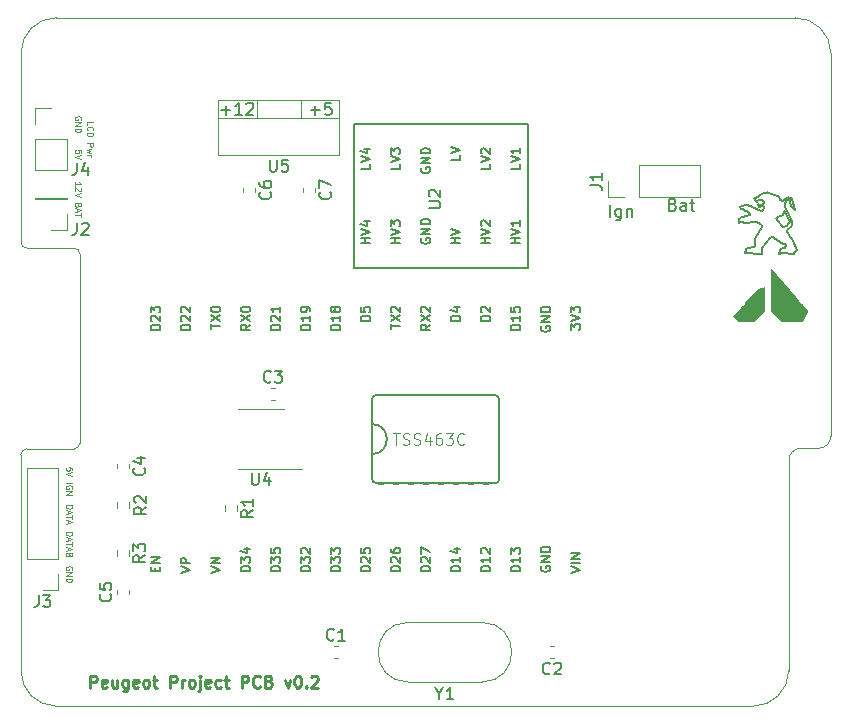
<source format=gto>
%TF.GenerationSoftware,KiCad,Pcbnew,(6.0.7)*%
%TF.CreationDate,2022-09-16T22:58:04+02:00*%
%TF.ProjectId,peugeot_projekt,70657567-656f-4745-9f70-726f6a656b74,rev?*%
%TF.SameCoordinates,Original*%
%TF.FileFunction,Legend,Top*%
%TF.FilePolarity,Positive*%
%FSLAX46Y46*%
G04 Gerber Fmt 4.6, Leading zero omitted, Abs format (unit mm)*
G04 Created by KiCad (PCBNEW (6.0.7)) date 2022-09-16 22:58:04*
%MOMM*%
%LPD*%
G01*
G04 APERTURE LIST*
%TA.AperFunction,Profile*%
%ADD10C,0.100000*%
%TD*%
%ADD11C,0.100000*%
%ADD12C,0.150000*%
%ADD13C,0.250000*%
%ADD14C,0.096520*%
%ADD15C,0.120000*%
%ADD16C,0.152400*%
G04 APERTURE END LIST*
D10*
X265000000Y-149286000D02*
X265024000Y-131458000D01*
X268579958Y-97003320D02*
G75*
G03*
X265532000Y-94003320I-3000358J20D01*
G01*
X204500000Y-130500000D02*
X200499127Y-130500001D01*
X200000000Y-131000000D02*
X200000000Y-149286000D01*
X205000000Y-114000000D02*
X205000000Y-130000000D01*
X265532000Y-94003320D02*
X203000000Y-94000000D01*
X200499127Y-130500001D02*
G75*
G03*
X200000000Y-131000000I873J-499999D01*
G01*
X204500000Y-130500000D02*
G75*
G03*
X205000000Y-130000000I0J500000D01*
G01*
X203000000Y-152286000D02*
X262000000Y-152286000D01*
X203000000Y-94000000D02*
G75*
G03*
X200000000Y-97000000I0J-3000000D01*
G01*
X200000000Y-113000000D02*
G75*
G03*
X200500000Y-113500000I500000J0D01*
G01*
X266040000Y-130442000D02*
X267564000Y-130442000D01*
X200000000Y-149286000D02*
G75*
G03*
X203000000Y-152286000I3000000J0D01*
G01*
X205000000Y-114000000D02*
G75*
G03*
X204500000Y-113500000I-500000J0D01*
G01*
X262000000Y-152286000D02*
G75*
G03*
X265000000Y-149286000I0J3000000D01*
G01*
X268580000Y-129426000D02*
X268580000Y-97003320D01*
X266040000Y-130442000D02*
G75*
G03*
X265024000Y-131458000I0J-1016000D01*
G01*
X267564000Y-130442000D02*
G75*
G03*
X268580000Y-129426000I0J1016000D01*
G01*
X200000000Y-97000000D02*
X200000000Y-113000000D01*
X200500000Y-113500000D02*
X204500000Y-113500000D01*
D11*
X204314000Y-140729047D02*
X204337809Y-140681428D01*
X204337809Y-140610000D01*
X204314000Y-140538571D01*
X204266380Y-140490952D01*
X204218761Y-140467142D01*
X204123523Y-140443333D01*
X204052095Y-140443333D01*
X203956857Y-140467142D01*
X203909238Y-140490952D01*
X203861619Y-140538571D01*
X203837809Y-140610000D01*
X203837809Y-140657619D01*
X203861619Y-140729047D01*
X203885428Y-140752857D01*
X204052095Y-140752857D01*
X204052095Y-140657619D01*
X203837809Y-140967142D02*
X204337809Y-140967142D01*
X203837809Y-141252857D01*
X204337809Y-141252857D01*
X203837809Y-141490952D02*
X204337809Y-141490952D01*
X204337809Y-141610000D01*
X204314000Y-141681428D01*
X204266380Y-141729047D01*
X204218761Y-141752857D01*
X204123523Y-141776666D01*
X204052095Y-141776666D01*
X203956857Y-141752857D01*
X203909238Y-141729047D01*
X203861619Y-141681428D01*
X203837809Y-141610000D01*
X203837809Y-141490952D01*
X204337809Y-132319333D02*
X204337809Y-132081238D01*
X204099714Y-132057428D01*
X204123523Y-132081238D01*
X204147333Y-132128857D01*
X204147333Y-132247904D01*
X204123523Y-132295523D01*
X204099714Y-132319333D01*
X204052095Y-132343142D01*
X203933047Y-132343142D01*
X203885428Y-132319333D01*
X203861619Y-132295523D01*
X203837809Y-132247904D01*
X203837809Y-132128857D01*
X203861619Y-132081238D01*
X203885428Y-132057428D01*
X204337809Y-132486000D02*
X203837809Y-132652666D01*
X204337809Y-132819333D01*
X203837809Y-133366952D02*
X204337809Y-133366952D01*
X204314000Y-133866952D02*
X204337809Y-133819333D01*
X204337809Y-133747904D01*
X204314000Y-133676476D01*
X204266380Y-133628857D01*
X204218761Y-133605047D01*
X204123523Y-133581238D01*
X204052095Y-133581238D01*
X203956857Y-133605047D01*
X203909238Y-133628857D01*
X203861619Y-133676476D01*
X203837809Y-133747904D01*
X203837809Y-133795523D01*
X203861619Y-133866952D01*
X203885428Y-133890761D01*
X204052095Y-133890761D01*
X204052095Y-133795523D01*
X203837809Y-134105047D02*
X204337809Y-134105047D01*
X203837809Y-134390761D01*
X204337809Y-134390761D01*
D12*
X255213333Y-109796571D02*
X255356190Y-109844190D01*
X255403809Y-109891809D01*
X255451428Y-109987047D01*
X255451428Y-110129904D01*
X255403809Y-110225142D01*
X255356190Y-110272761D01*
X255260952Y-110320380D01*
X254880000Y-110320380D01*
X254880000Y-109320380D01*
X255213333Y-109320380D01*
X255308571Y-109368000D01*
X255356190Y-109415619D01*
X255403809Y-109510857D01*
X255403809Y-109606095D01*
X255356190Y-109701333D01*
X255308571Y-109748952D01*
X255213333Y-109796571D01*
X254880000Y-109796571D01*
X256308571Y-110320380D02*
X256308571Y-109796571D01*
X256260952Y-109701333D01*
X256165714Y-109653714D01*
X255975238Y-109653714D01*
X255880000Y-109701333D01*
X256308571Y-110272761D02*
X256213333Y-110320380D01*
X255975238Y-110320380D01*
X255880000Y-110272761D01*
X255832380Y-110177523D01*
X255832380Y-110082285D01*
X255880000Y-109987047D01*
X255975238Y-109939428D01*
X256213333Y-109939428D01*
X256308571Y-109891809D01*
X256641904Y-109653714D02*
X257022857Y-109653714D01*
X256784761Y-109320380D02*
X256784761Y-110177523D01*
X256832380Y-110272761D01*
X256927619Y-110320380D01*
X257022857Y-110320380D01*
D13*
X205874952Y-150706380D02*
X205874952Y-149706380D01*
X206255904Y-149706380D01*
X206351142Y-149754000D01*
X206398761Y-149801619D01*
X206446380Y-149896857D01*
X206446380Y-150039714D01*
X206398761Y-150134952D01*
X206351142Y-150182571D01*
X206255904Y-150230190D01*
X205874952Y-150230190D01*
X207255904Y-150658761D02*
X207160666Y-150706380D01*
X206970190Y-150706380D01*
X206874952Y-150658761D01*
X206827333Y-150563523D01*
X206827333Y-150182571D01*
X206874952Y-150087333D01*
X206970190Y-150039714D01*
X207160666Y-150039714D01*
X207255904Y-150087333D01*
X207303523Y-150182571D01*
X207303523Y-150277809D01*
X206827333Y-150373047D01*
X208160666Y-150039714D02*
X208160666Y-150706380D01*
X207732095Y-150039714D02*
X207732095Y-150563523D01*
X207779714Y-150658761D01*
X207874952Y-150706380D01*
X208017809Y-150706380D01*
X208113047Y-150658761D01*
X208160666Y-150611142D01*
X209065428Y-150039714D02*
X209065428Y-150849238D01*
X209017809Y-150944476D01*
X208970190Y-150992095D01*
X208874952Y-151039714D01*
X208732095Y-151039714D01*
X208636857Y-150992095D01*
X209065428Y-150658761D02*
X208970190Y-150706380D01*
X208779714Y-150706380D01*
X208684476Y-150658761D01*
X208636857Y-150611142D01*
X208589238Y-150515904D01*
X208589238Y-150230190D01*
X208636857Y-150134952D01*
X208684476Y-150087333D01*
X208779714Y-150039714D01*
X208970190Y-150039714D01*
X209065428Y-150087333D01*
X209922571Y-150658761D02*
X209827333Y-150706380D01*
X209636857Y-150706380D01*
X209541619Y-150658761D01*
X209494000Y-150563523D01*
X209494000Y-150182571D01*
X209541619Y-150087333D01*
X209636857Y-150039714D01*
X209827333Y-150039714D01*
X209922571Y-150087333D01*
X209970190Y-150182571D01*
X209970190Y-150277809D01*
X209494000Y-150373047D01*
X210541619Y-150706380D02*
X210446380Y-150658761D01*
X210398761Y-150611142D01*
X210351142Y-150515904D01*
X210351142Y-150230190D01*
X210398761Y-150134952D01*
X210446380Y-150087333D01*
X210541619Y-150039714D01*
X210684476Y-150039714D01*
X210779714Y-150087333D01*
X210827333Y-150134952D01*
X210874952Y-150230190D01*
X210874952Y-150515904D01*
X210827333Y-150611142D01*
X210779714Y-150658761D01*
X210684476Y-150706380D01*
X210541619Y-150706380D01*
X211160666Y-150039714D02*
X211541619Y-150039714D01*
X211303523Y-149706380D02*
X211303523Y-150563523D01*
X211351142Y-150658761D01*
X211446380Y-150706380D01*
X211541619Y-150706380D01*
X212636857Y-150706380D02*
X212636857Y-149706380D01*
X213017809Y-149706380D01*
X213113047Y-149754000D01*
X213160666Y-149801619D01*
X213208285Y-149896857D01*
X213208285Y-150039714D01*
X213160666Y-150134952D01*
X213113047Y-150182571D01*
X213017809Y-150230190D01*
X212636857Y-150230190D01*
X213636857Y-150706380D02*
X213636857Y-150039714D01*
X213636857Y-150230190D02*
X213684476Y-150134952D01*
X213732095Y-150087333D01*
X213827333Y-150039714D01*
X213922571Y-150039714D01*
X214398761Y-150706380D02*
X214303523Y-150658761D01*
X214255904Y-150611142D01*
X214208285Y-150515904D01*
X214208285Y-150230190D01*
X214255904Y-150134952D01*
X214303523Y-150087333D01*
X214398761Y-150039714D01*
X214541619Y-150039714D01*
X214636857Y-150087333D01*
X214684476Y-150134952D01*
X214732095Y-150230190D01*
X214732095Y-150515904D01*
X214684476Y-150611142D01*
X214636857Y-150658761D01*
X214541619Y-150706380D01*
X214398761Y-150706380D01*
X215160666Y-150039714D02*
X215160666Y-150896857D01*
X215113047Y-150992095D01*
X215017809Y-151039714D01*
X214970190Y-151039714D01*
X215160666Y-149706380D02*
X215113047Y-149754000D01*
X215160666Y-149801619D01*
X215208285Y-149754000D01*
X215160666Y-149706380D01*
X215160666Y-149801619D01*
X216017809Y-150658761D02*
X215922571Y-150706380D01*
X215732095Y-150706380D01*
X215636857Y-150658761D01*
X215589238Y-150563523D01*
X215589238Y-150182571D01*
X215636857Y-150087333D01*
X215732095Y-150039714D01*
X215922571Y-150039714D01*
X216017809Y-150087333D01*
X216065428Y-150182571D01*
X216065428Y-150277809D01*
X215589238Y-150373047D01*
X216922571Y-150658761D02*
X216827333Y-150706380D01*
X216636857Y-150706380D01*
X216541619Y-150658761D01*
X216494000Y-150611142D01*
X216446380Y-150515904D01*
X216446380Y-150230190D01*
X216494000Y-150134952D01*
X216541619Y-150087333D01*
X216636857Y-150039714D01*
X216827333Y-150039714D01*
X216922571Y-150087333D01*
X217208285Y-150039714D02*
X217589238Y-150039714D01*
X217351142Y-149706380D02*
X217351142Y-150563523D01*
X217398761Y-150658761D01*
X217494000Y-150706380D01*
X217589238Y-150706380D01*
X218684476Y-150706380D02*
X218684476Y-149706380D01*
X219065428Y-149706380D01*
X219160666Y-149754000D01*
X219208285Y-149801619D01*
X219255904Y-149896857D01*
X219255904Y-150039714D01*
X219208285Y-150134952D01*
X219160666Y-150182571D01*
X219065428Y-150230190D01*
X218684476Y-150230190D01*
X220255904Y-150611142D02*
X220208285Y-150658761D01*
X220065428Y-150706380D01*
X219970190Y-150706380D01*
X219827333Y-150658761D01*
X219732095Y-150563523D01*
X219684476Y-150468285D01*
X219636857Y-150277809D01*
X219636857Y-150134952D01*
X219684476Y-149944476D01*
X219732095Y-149849238D01*
X219827333Y-149754000D01*
X219970190Y-149706380D01*
X220065428Y-149706380D01*
X220208285Y-149754000D01*
X220255904Y-149801619D01*
X221017809Y-150182571D02*
X221160666Y-150230190D01*
X221208285Y-150277809D01*
X221255904Y-150373047D01*
X221255904Y-150515904D01*
X221208285Y-150611142D01*
X221160666Y-150658761D01*
X221065428Y-150706380D01*
X220684476Y-150706380D01*
X220684476Y-149706380D01*
X221017809Y-149706380D01*
X221113047Y-149754000D01*
X221160666Y-149801619D01*
X221208285Y-149896857D01*
X221208285Y-149992095D01*
X221160666Y-150087333D01*
X221113047Y-150134952D01*
X221017809Y-150182571D01*
X220684476Y-150182571D01*
X222351142Y-150039714D02*
X222589238Y-150706380D01*
X222827333Y-150039714D01*
X223398761Y-149706380D02*
X223494000Y-149706380D01*
X223589238Y-149754000D01*
X223636857Y-149801619D01*
X223684476Y-149896857D01*
X223732095Y-150087333D01*
X223732095Y-150325428D01*
X223684476Y-150515904D01*
X223636857Y-150611142D01*
X223589238Y-150658761D01*
X223494000Y-150706380D01*
X223398761Y-150706380D01*
X223303523Y-150658761D01*
X223255904Y-150611142D01*
X223208285Y-150515904D01*
X223160666Y-150325428D01*
X223160666Y-150087333D01*
X223208285Y-149896857D01*
X223255904Y-149801619D01*
X223303523Y-149754000D01*
X223398761Y-149706380D01*
X224160666Y-150611142D02*
X224208285Y-150658761D01*
X224160666Y-150706380D01*
X224113047Y-150658761D01*
X224160666Y-150611142D01*
X224160666Y-150706380D01*
X224589238Y-149801619D02*
X224636857Y-149754000D01*
X224732095Y-149706380D01*
X224970190Y-149706380D01*
X225065428Y-149754000D01*
X225113047Y-149801619D01*
X225160666Y-149896857D01*
X225160666Y-149992095D01*
X225113047Y-150134952D01*
X224541619Y-150706380D01*
X225160666Y-150706380D01*
D11*
X203837809Y-135280000D02*
X204337809Y-135280000D01*
X204337809Y-135399047D01*
X204314000Y-135470476D01*
X204266380Y-135518095D01*
X204218761Y-135541904D01*
X204123523Y-135565714D01*
X204052095Y-135565714D01*
X203956857Y-135541904D01*
X203909238Y-135518095D01*
X203861619Y-135470476D01*
X203837809Y-135399047D01*
X203837809Y-135280000D01*
X203980666Y-135756190D02*
X203980666Y-135994285D01*
X203837809Y-135708571D02*
X204337809Y-135875238D01*
X203837809Y-136041904D01*
X204337809Y-136137142D02*
X204337809Y-136422857D01*
X203837809Y-136280000D02*
X204337809Y-136280000D01*
X203980666Y-136565714D02*
X203980666Y-136803809D01*
X203837809Y-136518095D02*
X204337809Y-136684761D01*
X203837809Y-136851428D01*
X205076000Y-102629047D02*
X205099809Y-102581428D01*
X205099809Y-102510000D01*
X205076000Y-102438571D01*
X205028380Y-102390952D01*
X204980761Y-102367142D01*
X204885523Y-102343333D01*
X204814095Y-102343333D01*
X204718857Y-102367142D01*
X204671238Y-102390952D01*
X204623619Y-102438571D01*
X204599809Y-102510000D01*
X204599809Y-102557619D01*
X204623619Y-102629047D01*
X204647428Y-102652857D01*
X204814095Y-102652857D01*
X204814095Y-102557619D01*
X204599809Y-102867142D02*
X205099809Y-102867142D01*
X204599809Y-103152857D01*
X205099809Y-103152857D01*
X204599809Y-103390952D02*
X205099809Y-103390952D01*
X205099809Y-103510000D01*
X205076000Y-103581428D01*
X205028380Y-103629047D01*
X204980761Y-103652857D01*
X204885523Y-103676666D01*
X204814095Y-103676666D01*
X204718857Y-103652857D01*
X204671238Y-103629047D01*
X204623619Y-103581428D01*
X204599809Y-103510000D01*
X204599809Y-103390952D01*
X203837809Y-137570000D02*
X204337809Y-137570000D01*
X204337809Y-137689047D01*
X204314000Y-137760476D01*
X204266380Y-137808095D01*
X204218761Y-137831904D01*
X204123523Y-137855714D01*
X204052095Y-137855714D01*
X203956857Y-137831904D01*
X203909238Y-137808095D01*
X203861619Y-137760476D01*
X203837809Y-137689047D01*
X203837809Y-137570000D01*
X203980666Y-138046190D02*
X203980666Y-138284285D01*
X203837809Y-137998571D02*
X204337809Y-138165238D01*
X203837809Y-138331904D01*
X204337809Y-138427142D02*
X204337809Y-138712857D01*
X203837809Y-138570000D02*
X204337809Y-138570000D01*
X203980666Y-138855714D02*
X203980666Y-139093809D01*
X203837809Y-138808095D02*
X204337809Y-138974761D01*
X203837809Y-139141428D01*
X204099714Y-139474761D02*
X204075904Y-139546190D01*
X204052095Y-139570000D01*
X204004476Y-139593809D01*
X203933047Y-139593809D01*
X203885428Y-139570000D01*
X203861619Y-139546190D01*
X203837809Y-139498571D01*
X203837809Y-139308095D01*
X204337809Y-139308095D01*
X204337809Y-139474761D01*
X204314000Y-139522380D01*
X204290190Y-139546190D01*
X204242571Y-139570000D01*
X204194952Y-139570000D01*
X204147333Y-139546190D01*
X204123523Y-139522380D01*
X204099714Y-139474761D01*
X204099714Y-139308095D01*
X205615809Y-103077619D02*
X205615809Y-102839523D01*
X206115809Y-102839523D01*
X205663428Y-103530000D02*
X205639619Y-103506190D01*
X205615809Y-103434761D01*
X205615809Y-103387142D01*
X205639619Y-103315714D01*
X205687238Y-103268095D01*
X205734857Y-103244285D01*
X205830095Y-103220476D01*
X205901523Y-103220476D01*
X205996761Y-103244285D01*
X206044380Y-103268095D01*
X206092000Y-103315714D01*
X206115809Y-103387142D01*
X206115809Y-103434761D01*
X206092000Y-103506190D01*
X206068190Y-103530000D01*
X205615809Y-103744285D02*
X206115809Y-103744285D01*
X206115809Y-103863333D01*
X206092000Y-103934761D01*
X206044380Y-103982380D01*
X205996761Y-104006190D01*
X205901523Y-104030000D01*
X205830095Y-104030000D01*
X205734857Y-104006190D01*
X205687238Y-103982380D01*
X205639619Y-103934761D01*
X205615809Y-103863333D01*
X205615809Y-103744285D01*
X205615809Y-104625238D02*
X206115809Y-104625238D01*
X206115809Y-104815714D01*
X206092000Y-104863333D01*
X206068190Y-104887142D01*
X206020571Y-104910952D01*
X205949142Y-104910952D01*
X205901523Y-104887142D01*
X205877714Y-104863333D01*
X205853904Y-104815714D01*
X205853904Y-104625238D01*
X205949142Y-105077619D02*
X205615809Y-105172857D01*
X205853904Y-105268095D01*
X205615809Y-105363333D01*
X205949142Y-105458571D01*
X205615809Y-105649047D02*
X205949142Y-105649047D01*
X205853904Y-105649047D02*
X205901523Y-105672857D01*
X205925333Y-105696666D01*
X205949142Y-105744285D01*
X205949142Y-105791904D01*
D12*
X224542857Y-101836428D02*
X225304761Y-101836428D01*
X224923809Y-102217380D02*
X224923809Y-101455476D01*
X226257142Y-101217380D02*
X225780952Y-101217380D01*
X225733333Y-101693571D01*
X225780952Y-101645952D01*
X225876190Y-101598333D01*
X226114285Y-101598333D01*
X226209523Y-101645952D01*
X226257142Y-101693571D01*
X226304761Y-101788809D01*
X226304761Y-102026904D01*
X226257142Y-102122142D01*
X226209523Y-102169761D01*
X226114285Y-102217380D01*
X225876190Y-102217380D01*
X225780952Y-102169761D01*
X225733333Y-102122142D01*
X216954666Y-101811428D02*
X217716571Y-101811428D01*
X217335619Y-102192380D02*
X217335619Y-101430476D01*
X218716571Y-102192380D02*
X218145142Y-102192380D01*
X218430857Y-102192380D02*
X218430857Y-101192380D01*
X218335619Y-101335238D01*
X218240380Y-101430476D01*
X218145142Y-101478095D01*
X219097523Y-101287619D02*
X219145142Y-101240000D01*
X219240380Y-101192380D01*
X219478476Y-101192380D01*
X219573714Y-101240000D01*
X219621333Y-101287619D01*
X219668952Y-101382857D01*
X219668952Y-101478095D01*
X219621333Y-101620952D01*
X219049904Y-102192380D01*
X219668952Y-102192380D01*
D11*
X204599809Y-108205238D02*
X204599809Y-107919523D01*
X204599809Y-108062380D02*
X205099809Y-108062380D01*
X205028380Y-108014761D01*
X204980761Y-107967142D01*
X204956952Y-107919523D01*
X205052190Y-108395714D02*
X205076000Y-108419523D01*
X205099809Y-108467142D01*
X205099809Y-108586190D01*
X205076000Y-108633809D01*
X205052190Y-108657619D01*
X205004571Y-108681428D01*
X204956952Y-108681428D01*
X204885523Y-108657619D01*
X204599809Y-108371904D01*
X204599809Y-108681428D01*
X205099809Y-108824285D02*
X204599809Y-108990952D01*
X205099809Y-109157619D01*
X204861714Y-109871904D02*
X204837904Y-109943333D01*
X204814095Y-109967142D01*
X204766476Y-109990952D01*
X204695047Y-109990952D01*
X204647428Y-109967142D01*
X204623619Y-109943333D01*
X204599809Y-109895714D01*
X204599809Y-109705238D01*
X205099809Y-109705238D01*
X205099809Y-109871904D01*
X205076000Y-109919523D01*
X205052190Y-109943333D01*
X205004571Y-109967142D01*
X204956952Y-109967142D01*
X204909333Y-109943333D01*
X204885523Y-109919523D01*
X204861714Y-109871904D01*
X204861714Y-109705238D01*
X204742666Y-110181428D02*
X204742666Y-110419523D01*
X204599809Y-110133809D02*
X205099809Y-110300476D01*
X204599809Y-110467142D01*
X205099809Y-110562380D02*
X205099809Y-110848095D01*
X204599809Y-110705238D02*
X205099809Y-110705238D01*
D12*
X249895238Y-110828380D02*
X249895238Y-109828380D01*
X250800000Y-110161714D02*
X250800000Y-110971238D01*
X250752380Y-111066476D01*
X250704761Y-111114095D01*
X250609523Y-111161714D01*
X250466666Y-111161714D01*
X250371428Y-111114095D01*
X250800000Y-110780761D02*
X250704761Y-110828380D01*
X250514285Y-110828380D01*
X250419047Y-110780761D01*
X250371428Y-110733142D01*
X250323809Y-110637904D01*
X250323809Y-110352190D01*
X250371428Y-110256952D01*
X250419047Y-110209333D01*
X250514285Y-110161714D01*
X250704761Y-110161714D01*
X250800000Y-110209333D01*
X251276190Y-110161714D02*
X251276190Y-110828380D01*
X251276190Y-110256952D02*
X251323809Y-110209333D01*
X251419047Y-110161714D01*
X251561904Y-110161714D01*
X251657142Y-110209333D01*
X251704761Y-110304571D01*
X251704761Y-110828380D01*
D11*
X205099809Y-105454761D02*
X205099809Y-105216666D01*
X204861714Y-105192857D01*
X204885523Y-105216666D01*
X204909333Y-105264285D01*
X204909333Y-105383333D01*
X204885523Y-105430952D01*
X204861714Y-105454761D01*
X204814095Y-105478571D01*
X204695047Y-105478571D01*
X204647428Y-105454761D01*
X204623619Y-105430952D01*
X204599809Y-105383333D01*
X204599809Y-105264285D01*
X204623619Y-105216666D01*
X204647428Y-105192857D01*
X205099809Y-105621428D02*
X204599809Y-105788095D01*
X205099809Y-105954761D01*
D12*
X244791333Y-149501142D02*
X244743714Y-149548761D01*
X244600857Y-149596380D01*
X244505619Y-149596380D01*
X244362761Y-149548761D01*
X244267523Y-149453523D01*
X244219904Y-149358285D01*
X244172285Y-149167809D01*
X244172285Y-149024952D01*
X244219904Y-148834476D01*
X244267523Y-148739238D01*
X244362761Y-148644000D01*
X244505619Y-148596380D01*
X244600857Y-148596380D01*
X244743714Y-148644000D01*
X244791333Y-148691619D01*
X245172285Y-148691619D02*
X245219904Y-148644000D01*
X245315142Y-148596380D01*
X245553238Y-148596380D01*
X245648476Y-148644000D01*
X245696095Y-148691619D01*
X245743714Y-148786857D01*
X245743714Y-148882095D01*
X245696095Y-149024952D01*
X245124666Y-149596380D01*
X245743714Y-149596380D01*
X221082095Y-106018380D02*
X221082095Y-106827904D01*
X221129714Y-106923142D01*
X221177333Y-106970761D01*
X221272571Y-107018380D01*
X221463047Y-107018380D01*
X221558285Y-106970761D01*
X221605904Y-106923142D01*
X221653523Y-106827904D01*
X221653523Y-106018380D01*
X222605904Y-106018380D02*
X222129714Y-106018380D01*
X222082095Y-106494571D01*
X222129714Y-106446952D01*
X222224952Y-106399333D01*
X222463047Y-106399333D01*
X222558285Y-106446952D01*
X222605904Y-106494571D01*
X222653523Y-106589809D01*
X222653523Y-106827904D01*
X222605904Y-106923142D01*
X222558285Y-106970761D01*
X222463047Y-107018380D01*
X222224952Y-107018380D01*
X222129714Y-106970761D01*
X222082095Y-106923142D01*
X219411904Y-119977142D02*
X219030952Y-120243809D01*
X219411904Y-120434285D02*
X218611904Y-120434285D01*
X218611904Y-120129523D01*
X218650000Y-120053333D01*
X218688095Y-120015237D01*
X218764285Y-119977142D01*
X218878571Y-119977142D01*
X218954761Y-120015237D01*
X218992857Y-120053333D01*
X219030952Y-120129523D01*
X219030952Y-120434285D01*
X218611904Y-119710476D02*
X219411904Y-119177142D01*
X218611904Y-119177142D02*
X219411904Y-119710476D01*
X218611904Y-118719999D02*
X218611904Y-118643809D01*
X218650000Y-118567618D01*
X218688095Y-118529523D01*
X218764285Y-118491428D01*
X218916666Y-118453333D01*
X219107142Y-118453333D01*
X219259523Y-118491428D01*
X219335714Y-118529523D01*
X219373809Y-118567618D01*
X219411904Y-118643809D01*
X219411904Y-118719999D01*
X219373809Y-118796190D01*
X219335714Y-118834285D01*
X219259523Y-118872380D01*
X219107142Y-118910476D01*
X218916666Y-118910476D01*
X218764285Y-118872380D01*
X218688095Y-118834285D01*
X218650000Y-118796190D01*
X218611904Y-118719999D01*
X237191904Y-140868570D02*
X236391904Y-140868570D01*
X236391904Y-140678094D01*
X236430000Y-140563808D01*
X236506190Y-140487618D01*
X236582380Y-140449522D01*
X236734761Y-140411427D01*
X236849047Y-140411427D01*
X237001428Y-140449522D01*
X237077619Y-140487618D01*
X237153809Y-140563808D01*
X237191904Y-140678094D01*
X237191904Y-140868570D01*
X237191904Y-139649522D02*
X237191904Y-140106665D01*
X237191904Y-139878094D02*
X236391904Y-139878094D01*
X236506190Y-139954284D01*
X236582380Y-140030475D01*
X236620476Y-140106665D01*
X236658571Y-138963808D02*
X237191904Y-138963808D01*
X236353809Y-139154284D02*
X236925238Y-139344761D01*
X236925238Y-138849522D01*
X221951904Y-140868570D02*
X221151904Y-140868570D01*
X221151904Y-140678094D01*
X221190000Y-140563808D01*
X221266190Y-140487618D01*
X221342380Y-140449522D01*
X221494761Y-140411427D01*
X221609047Y-140411427D01*
X221761428Y-140449522D01*
X221837619Y-140487618D01*
X221913809Y-140563808D01*
X221951904Y-140678094D01*
X221951904Y-140868570D01*
X221151904Y-140144761D02*
X221151904Y-139649522D01*
X221456666Y-139916189D01*
X221456666Y-139801903D01*
X221494761Y-139725713D01*
X221532857Y-139687618D01*
X221609047Y-139649522D01*
X221799523Y-139649522D01*
X221875714Y-139687618D01*
X221913809Y-139725713D01*
X221951904Y-139801903D01*
X221951904Y-140030475D01*
X221913809Y-140106665D01*
X221875714Y-140144761D01*
X221151904Y-138925713D02*
X221151904Y-139306665D01*
X221532857Y-139344761D01*
X221494761Y-139306665D01*
X221456666Y-139230475D01*
X221456666Y-139039999D01*
X221494761Y-138963808D01*
X221532857Y-138925713D01*
X221609047Y-138887618D01*
X221799523Y-138887618D01*
X221875714Y-138925713D01*
X221913809Y-138963808D01*
X221951904Y-139039999D01*
X221951904Y-139230475D01*
X221913809Y-139306665D01*
X221875714Y-139344761D01*
X231311904Y-120358095D02*
X231311904Y-119900952D01*
X232111904Y-120129523D02*
X231311904Y-120129523D01*
X231311904Y-119710476D02*
X232111904Y-119177142D01*
X231311904Y-119177142D02*
X232111904Y-119710476D01*
X231388095Y-118910476D02*
X231350000Y-118872380D01*
X231311904Y-118796190D01*
X231311904Y-118605714D01*
X231350000Y-118529523D01*
X231388095Y-118491428D01*
X231464285Y-118453333D01*
X231540476Y-118453333D01*
X231654761Y-118491428D01*
X232111904Y-118948571D01*
X232111904Y-118453333D01*
X219411904Y-140868570D02*
X218611904Y-140868570D01*
X218611904Y-140678094D01*
X218650000Y-140563808D01*
X218726190Y-140487618D01*
X218802380Y-140449522D01*
X218954761Y-140411427D01*
X219069047Y-140411427D01*
X219221428Y-140449522D01*
X219297619Y-140487618D01*
X219373809Y-140563808D01*
X219411904Y-140678094D01*
X219411904Y-140868570D01*
X218611904Y-140144761D02*
X218611904Y-139649522D01*
X218916666Y-139916189D01*
X218916666Y-139801903D01*
X218954761Y-139725713D01*
X218992857Y-139687618D01*
X219069047Y-139649522D01*
X219259523Y-139649522D01*
X219335714Y-139687618D01*
X219373809Y-139725713D01*
X219411904Y-139801903D01*
X219411904Y-140030475D01*
X219373809Y-140106665D01*
X219335714Y-140144761D01*
X218878571Y-138963808D02*
X219411904Y-138963808D01*
X218573809Y-139154284D02*
X219145238Y-139344761D01*
X219145238Y-138849522D01*
X234651904Y-119977142D02*
X234270952Y-120243809D01*
X234651904Y-120434285D02*
X233851904Y-120434285D01*
X233851904Y-120129523D01*
X233890000Y-120053333D01*
X233928095Y-120015237D01*
X234004285Y-119977142D01*
X234118571Y-119977142D01*
X234194761Y-120015237D01*
X234232857Y-120053333D01*
X234270952Y-120129523D01*
X234270952Y-120434285D01*
X233851904Y-119710476D02*
X234651904Y-119177142D01*
X233851904Y-119177142D02*
X234651904Y-119710476D01*
X233928095Y-118910476D02*
X233890000Y-118872380D01*
X233851904Y-118796190D01*
X233851904Y-118605714D01*
X233890000Y-118529523D01*
X233928095Y-118491428D01*
X234004285Y-118453333D01*
X234080476Y-118453333D01*
X234194761Y-118491428D01*
X234651904Y-118948571D01*
X234651904Y-118453333D01*
X221951904Y-120434285D02*
X221151904Y-120434285D01*
X221151904Y-120243809D01*
X221190000Y-120129523D01*
X221266190Y-120053333D01*
X221342380Y-120015237D01*
X221494761Y-119977142D01*
X221609047Y-119977142D01*
X221761428Y-120015237D01*
X221837619Y-120053333D01*
X221913809Y-120129523D01*
X221951904Y-120243809D01*
X221951904Y-120434285D01*
X221228095Y-119672380D02*
X221190000Y-119634285D01*
X221151904Y-119558095D01*
X221151904Y-119367618D01*
X221190000Y-119291428D01*
X221228095Y-119253333D01*
X221304285Y-119215237D01*
X221380476Y-119215237D01*
X221494761Y-119253333D01*
X221951904Y-119710476D01*
X221951904Y-119215237D01*
X221951904Y-118453333D02*
X221951904Y-118910476D01*
X221951904Y-118681904D02*
X221151904Y-118681904D01*
X221266190Y-118758095D01*
X221342380Y-118834285D01*
X221380476Y-118910476D01*
X239731904Y-140868570D02*
X238931904Y-140868570D01*
X238931904Y-140678094D01*
X238970000Y-140563808D01*
X239046190Y-140487618D01*
X239122380Y-140449522D01*
X239274761Y-140411427D01*
X239389047Y-140411427D01*
X239541428Y-140449522D01*
X239617619Y-140487618D01*
X239693809Y-140563808D01*
X239731904Y-140678094D01*
X239731904Y-140868570D01*
X239731904Y-139649522D02*
X239731904Y-140106665D01*
X239731904Y-139878094D02*
X238931904Y-139878094D01*
X239046190Y-139954284D01*
X239122380Y-140030475D01*
X239160476Y-140106665D01*
X239008095Y-139344761D02*
X238970000Y-139306665D01*
X238931904Y-139230475D01*
X238931904Y-139039999D01*
X238970000Y-138963808D01*
X239008095Y-138925713D01*
X239084285Y-138887618D01*
X239160476Y-138887618D01*
X239274761Y-138925713D01*
X239731904Y-139382856D01*
X239731904Y-138887618D01*
X239731904Y-119672381D02*
X238931904Y-119672381D01*
X238931904Y-119481905D01*
X238970000Y-119367619D01*
X239046190Y-119291428D01*
X239122380Y-119253333D01*
X239274761Y-119215238D01*
X239389047Y-119215238D01*
X239541428Y-119253333D01*
X239617619Y-119291428D01*
X239693809Y-119367619D01*
X239731904Y-119481905D01*
X239731904Y-119672381D01*
X239008095Y-118910476D02*
X238970000Y-118872381D01*
X238931904Y-118796190D01*
X238931904Y-118605714D01*
X238970000Y-118529524D01*
X239008095Y-118491428D01*
X239084285Y-118453333D01*
X239160476Y-118453333D01*
X239274761Y-118491428D01*
X239731904Y-118948571D01*
X239731904Y-118453333D01*
X234651904Y-140868570D02*
X233851904Y-140868570D01*
X233851904Y-140678094D01*
X233890000Y-140563808D01*
X233966190Y-140487618D01*
X234042380Y-140449522D01*
X234194761Y-140411427D01*
X234309047Y-140411427D01*
X234461428Y-140449522D01*
X234537619Y-140487618D01*
X234613809Y-140563808D01*
X234651904Y-140678094D01*
X234651904Y-140868570D01*
X233928095Y-140106665D02*
X233890000Y-140068570D01*
X233851904Y-139992380D01*
X233851904Y-139801903D01*
X233890000Y-139725713D01*
X233928095Y-139687618D01*
X234004285Y-139649522D01*
X234080476Y-139649522D01*
X234194761Y-139687618D01*
X234651904Y-140144761D01*
X234651904Y-139649522D01*
X233851904Y-139382856D02*
X233851904Y-138849522D01*
X234651904Y-139192380D01*
X229571904Y-140868570D02*
X228771904Y-140868570D01*
X228771904Y-140678094D01*
X228810000Y-140563808D01*
X228886190Y-140487618D01*
X228962380Y-140449522D01*
X229114761Y-140411427D01*
X229229047Y-140411427D01*
X229381428Y-140449522D01*
X229457619Y-140487618D01*
X229533809Y-140563808D01*
X229571904Y-140678094D01*
X229571904Y-140868570D01*
X228848095Y-140106665D02*
X228810000Y-140068570D01*
X228771904Y-139992380D01*
X228771904Y-139801903D01*
X228810000Y-139725713D01*
X228848095Y-139687618D01*
X228924285Y-139649522D01*
X229000476Y-139649522D01*
X229114761Y-139687618D01*
X229571904Y-140144761D01*
X229571904Y-139649522D01*
X228771904Y-138925713D02*
X228771904Y-139306665D01*
X229152857Y-139344761D01*
X229114761Y-139306665D01*
X229076666Y-139230475D01*
X229076666Y-139039999D01*
X229114761Y-138963808D01*
X229152857Y-138925713D01*
X229229047Y-138887618D01*
X229419523Y-138887618D01*
X229495714Y-138925713D01*
X229533809Y-138963808D01*
X229571904Y-139039999D01*
X229571904Y-139230475D01*
X229533809Y-139306665D01*
X229495714Y-139344761D01*
X246551904Y-120396190D02*
X246551904Y-119900952D01*
X246856666Y-120167618D01*
X246856666Y-120053333D01*
X246894761Y-119977142D01*
X246932857Y-119939047D01*
X247009047Y-119900952D01*
X247199523Y-119900952D01*
X247275714Y-119939047D01*
X247313809Y-119977142D01*
X247351904Y-120053333D01*
X247351904Y-120281904D01*
X247313809Y-120358094D01*
X247275714Y-120396190D01*
X246551904Y-119672380D02*
X247351904Y-119405714D01*
X246551904Y-119139047D01*
X246551904Y-118948571D02*
X246551904Y-118453333D01*
X246856666Y-118719999D01*
X246856666Y-118605714D01*
X246894761Y-118529523D01*
X246932857Y-118491428D01*
X247009047Y-118453333D01*
X247199523Y-118453333D01*
X247275714Y-118491428D01*
X247313809Y-118529523D01*
X247351904Y-118605714D01*
X247351904Y-118834285D01*
X247313809Y-118910475D01*
X247275714Y-118948571D01*
X224491904Y-120434285D02*
X223691904Y-120434285D01*
X223691904Y-120243809D01*
X223730000Y-120129523D01*
X223806190Y-120053333D01*
X223882380Y-120015237D01*
X224034761Y-119977142D01*
X224149047Y-119977142D01*
X224301428Y-120015237D01*
X224377619Y-120053333D01*
X224453809Y-120129523D01*
X224491904Y-120243809D01*
X224491904Y-120434285D01*
X224491904Y-119215237D02*
X224491904Y-119672380D01*
X224491904Y-119443809D02*
X223691904Y-119443809D01*
X223806190Y-119519999D01*
X223882380Y-119596190D01*
X223920476Y-119672380D01*
X224491904Y-118834285D02*
X224491904Y-118681904D01*
X224453809Y-118605714D01*
X224415714Y-118567618D01*
X224301428Y-118491428D01*
X224149047Y-118453333D01*
X223844285Y-118453333D01*
X223768095Y-118491428D01*
X223730000Y-118529523D01*
X223691904Y-118605714D01*
X223691904Y-118758095D01*
X223730000Y-118834285D01*
X223768095Y-118872380D01*
X223844285Y-118910476D01*
X224034761Y-118910476D01*
X224110952Y-118872380D01*
X224149047Y-118834285D01*
X224187142Y-118758095D01*
X224187142Y-118605714D01*
X224149047Y-118529523D01*
X224110952Y-118491428D01*
X224034761Y-118453333D01*
X229571904Y-119672381D02*
X228771904Y-119672381D01*
X228771904Y-119481905D01*
X228810000Y-119367619D01*
X228886190Y-119291428D01*
X228962380Y-119253333D01*
X229114761Y-119215238D01*
X229229047Y-119215238D01*
X229381428Y-119253333D01*
X229457619Y-119291428D01*
X229533809Y-119367619D01*
X229571904Y-119481905D01*
X229571904Y-119672381D01*
X228771904Y-118491428D02*
X228771904Y-118872381D01*
X229152857Y-118910476D01*
X229114761Y-118872381D01*
X229076666Y-118796190D01*
X229076666Y-118605714D01*
X229114761Y-118529524D01*
X229152857Y-118491428D01*
X229229047Y-118453333D01*
X229419523Y-118453333D01*
X229495714Y-118491428D01*
X229533809Y-118529524D01*
X229571904Y-118605714D01*
X229571904Y-118796190D01*
X229533809Y-118872381D01*
X229495714Y-118910476D01*
X211791904Y-120434285D02*
X210991904Y-120434285D01*
X210991904Y-120243809D01*
X211030000Y-120129523D01*
X211106190Y-120053333D01*
X211182380Y-120015237D01*
X211334761Y-119977142D01*
X211449047Y-119977142D01*
X211601428Y-120015237D01*
X211677619Y-120053333D01*
X211753809Y-120129523D01*
X211791904Y-120243809D01*
X211791904Y-120434285D01*
X211068095Y-119672380D02*
X211030000Y-119634285D01*
X210991904Y-119558095D01*
X210991904Y-119367618D01*
X211030000Y-119291428D01*
X211068095Y-119253333D01*
X211144285Y-119215237D01*
X211220476Y-119215237D01*
X211334761Y-119253333D01*
X211791904Y-119710476D01*
X211791904Y-119215237D01*
X210991904Y-118948571D02*
X210991904Y-118453333D01*
X211296666Y-118719999D01*
X211296666Y-118605714D01*
X211334761Y-118529523D01*
X211372857Y-118491428D01*
X211449047Y-118453333D01*
X211639523Y-118453333D01*
X211715714Y-118491428D01*
X211753809Y-118529523D01*
X211791904Y-118605714D01*
X211791904Y-118834285D01*
X211753809Y-118910476D01*
X211715714Y-118948571D01*
X244050000Y-140449523D02*
X244011904Y-140525714D01*
X244011904Y-140640000D01*
X244050000Y-140754285D01*
X244126190Y-140830476D01*
X244202380Y-140868571D01*
X244354761Y-140906666D01*
X244469047Y-140906666D01*
X244621428Y-140868571D01*
X244697619Y-140830476D01*
X244773809Y-140754285D01*
X244811904Y-140640000D01*
X244811904Y-140563809D01*
X244773809Y-140449523D01*
X244735714Y-140411428D01*
X244469047Y-140411428D01*
X244469047Y-140563809D01*
X244811904Y-140068571D02*
X244011904Y-140068571D01*
X244811904Y-139611428D01*
X244011904Y-139611428D01*
X244811904Y-139230476D02*
X244011904Y-139230476D01*
X244011904Y-139040000D01*
X244050000Y-138925714D01*
X244126190Y-138849523D01*
X244202380Y-138811428D01*
X244354761Y-138773333D01*
X244469047Y-138773333D01*
X244621428Y-138811428D01*
X244697619Y-138849523D01*
X244773809Y-138925714D01*
X244811904Y-139040000D01*
X244811904Y-139230476D01*
X246551904Y-140982856D02*
X247351904Y-140716189D01*
X246551904Y-140449523D01*
X247351904Y-140182856D02*
X246551904Y-140182856D01*
X247351904Y-139801904D02*
X246551904Y-139801904D01*
X247351904Y-139344761D01*
X246551904Y-139344761D01*
X211372857Y-140868571D02*
X211372857Y-140601904D01*
X211791904Y-140487618D02*
X211791904Y-140868571D01*
X210991904Y-140868571D01*
X210991904Y-140487618D01*
X211791904Y-140144761D02*
X210991904Y-140144761D01*
X211791904Y-139687618D01*
X210991904Y-139687618D01*
X216071904Y-140982856D02*
X216871904Y-140716189D01*
X216071904Y-140449522D01*
X216871904Y-140182856D02*
X216071904Y-140182856D01*
X216871904Y-139725713D01*
X216071904Y-139725713D01*
X213531904Y-140982856D02*
X214331904Y-140716190D01*
X213531904Y-140449523D01*
X214331904Y-140182856D02*
X213531904Y-140182856D01*
X213531904Y-139878094D01*
X213570000Y-139801904D01*
X213608095Y-139763809D01*
X213684285Y-139725713D01*
X213798571Y-139725713D01*
X213874761Y-139763809D01*
X213912857Y-139801904D01*
X213950952Y-139878094D01*
X213950952Y-140182856D01*
X227031904Y-120434285D02*
X226231904Y-120434285D01*
X226231904Y-120243809D01*
X226270000Y-120129523D01*
X226346190Y-120053333D01*
X226422380Y-120015237D01*
X226574761Y-119977142D01*
X226689047Y-119977142D01*
X226841428Y-120015237D01*
X226917619Y-120053333D01*
X226993809Y-120129523D01*
X227031904Y-120243809D01*
X227031904Y-120434285D01*
X227031904Y-119215237D02*
X227031904Y-119672380D01*
X227031904Y-119443809D02*
X226231904Y-119443809D01*
X226346190Y-119519999D01*
X226422380Y-119596190D01*
X226460476Y-119672380D01*
X226574761Y-118758095D02*
X226536666Y-118834285D01*
X226498571Y-118872380D01*
X226422380Y-118910476D01*
X226384285Y-118910476D01*
X226308095Y-118872380D01*
X226270000Y-118834285D01*
X226231904Y-118758095D01*
X226231904Y-118605714D01*
X226270000Y-118529523D01*
X226308095Y-118491428D01*
X226384285Y-118453333D01*
X226422380Y-118453333D01*
X226498571Y-118491428D01*
X226536666Y-118529523D01*
X226574761Y-118605714D01*
X226574761Y-118758095D01*
X226612857Y-118834285D01*
X226650952Y-118872380D01*
X226727142Y-118910476D01*
X226879523Y-118910476D01*
X226955714Y-118872380D01*
X226993809Y-118834285D01*
X227031904Y-118758095D01*
X227031904Y-118605714D01*
X226993809Y-118529523D01*
X226955714Y-118491428D01*
X226879523Y-118453333D01*
X226727142Y-118453333D01*
X226650952Y-118491428D01*
X226612857Y-118529523D01*
X226574761Y-118605714D01*
X242271904Y-120434285D02*
X241471904Y-120434285D01*
X241471904Y-120243809D01*
X241510000Y-120129523D01*
X241586190Y-120053333D01*
X241662380Y-120015237D01*
X241814761Y-119977142D01*
X241929047Y-119977142D01*
X242081428Y-120015237D01*
X242157619Y-120053333D01*
X242233809Y-120129523D01*
X242271904Y-120243809D01*
X242271904Y-120434285D01*
X242271904Y-119215237D02*
X242271904Y-119672380D01*
X242271904Y-119443809D02*
X241471904Y-119443809D01*
X241586190Y-119519999D01*
X241662380Y-119596190D01*
X241700476Y-119672380D01*
X241471904Y-118491428D02*
X241471904Y-118872380D01*
X241852857Y-118910476D01*
X241814761Y-118872380D01*
X241776666Y-118796190D01*
X241776666Y-118605714D01*
X241814761Y-118529523D01*
X241852857Y-118491428D01*
X241929047Y-118453333D01*
X242119523Y-118453333D01*
X242195714Y-118491428D01*
X242233809Y-118529523D01*
X242271904Y-118605714D01*
X242271904Y-118796190D01*
X242233809Y-118872380D01*
X242195714Y-118910476D01*
X224491904Y-140868570D02*
X223691904Y-140868570D01*
X223691904Y-140678094D01*
X223730000Y-140563808D01*
X223806190Y-140487618D01*
X223882380Y-140449522D01*
X224034761Y-140411427D01*
X224149047Y-140411427D01*
X224301428Y-140449522D01*
X224377619Y-140487618D01*
X224453809Y-140563808D01*
X224491904Y-140678094D01*
X224491904Y-140868570D01*
X223691904Y-140144761D02*
X223691904Y-139649522D01*
X223996666Y-139916189D01*
X223996666Y-139801903D01*
X224034761Y-139725713D01*
X224072857Y-139687618D01*
X224149047Y-139649522D01*
X224339523Y-139649522D01*
X224415714Y-139687618D01*
X224453809Y-139725713D01*
X224491904Y-139801903D01*
X224491904Y-140030475D01*
X224453809Y-140106665D01*
X224415714Y-140144761D01*
X223768095Y-139344761D02*
X223730000Y-139306665D01*
X223691904Y-139230475D01*
X223691904Y-139039999D01*
X223730000Y-138963808D01*
X223768095Y-138925713D01*
X223844285Y-138887618D01*
X223920476Y-138887618D01*
X224034761Y-138925713D01*
X224491904Y-139382856D01*
X224491904Y-138887618D01*
X214331904Y-120434285D02*
X213531904Y-120434285D01*
X213531904Y-120243809D01*
X213570000Y-120129523D01*
X213646190Y-120053333D01*
X213722380Y-120015237D01*
X213874761Y-119977142D01*
X213989047Y-119977142D01*
X214141428Y-120015237D01*
X214217619Y-120053333D01*
X214293809Y-120129523D01*
X214331904Y-120243809D01*
X214331904Y-120434285D01*
X213608095Y-119672380D02*
X213570000Y-119634285D01*
X213531904Y-119558095D01*
X213531904Y-119367618D01*
X213570000Y-119291428D01*
X213608095Y-119253333D01*
X213684285Y-119215237D01*
X213760476Y-119215237D01*
X213874761Y-119253333D01*
X214331904Y-119710476D01*
X214331904Y-119215237D01*
X213608095Y-118910476D02*
X213570000Y-118872380D01*
X213531904Y-118796190D01*
X213531904Y-118605714D01*
X213570000Y-118529523D01*
X213608095Y-118491428D01*
X213684285Y-118453333D01*
X213760476Y-118453333D01*
X213874761Y-118491428D01*
X214331904Y-118948571D01*
X214331904Y-118453333D01*
X244050000Y-120129523D02*
X244011904Y-120205714D01*
X244011904Y-120320000D01*
X244050000Y-120434285D01*
X244126190Y-120510476D01*
X244202380Y-120548571D01*
X244354761Y-120586666D01*
X244469047Y-120586666D01*
X244621428Y-120548571D01*
X244697619Y-120510476D01*
X244773809Y-120434285D01*
X244811904Y-120320000D01*
X244811904Y-120243809D01*
X244773809Y-120129523D01*
X244735714Y-120091428D01*
X244469047Y-120091428D01*
X244469047Y-120243809D01*
X244811904Y-119748571D02*
X244011904Y-119748571D01*
X244811904Y-119291428D01*
X244011904Y-119291428D01*
X244811904Y-118910476D02*
X244011904Y-118910476D01*
X244011904Y-118720000D01*
X244050000Y-118605714D01*
X244126190Y-118529523D01*
X244202380Y-118491428D01*
X244354761Y-118453333D01*
X244469047Y-118453333D01*
X244621428Y-118491428D01*
X244697619Y-118529523D01*
X244773809Y-118605714D01*
X244811904Y-118720000D01*
X244811904Y-118910476D01*
X237191904Y-119672381D02*
X236391904Y-119672381D01*
X236391904Y-119481905D01*
X236430000Y-119367619D01*
X236506190Y-119291428D01*
X236582380Y-119253333D01*
X236734761Y-119215238D01*
X236849047Y-119215238D01*
X237001428Y-119253333D01*
X237077619Y-119291428D01*
X237153809Y-119367619D01*
X237191904Y-119481905D01*
X237191904Y-119672381D01*
X236658571Y-118529524D02*
X237191904Y-118529524D01*
X236353809Y-118720000D02*
X236925238Y-118910476D01*
X236925238Y-118415238D01*
X227031904Y-140868570D02*
X226231904Y-140868570D01*
X226231904Y-140678094D01*
X226270000Y-140563808D01*
X226346190Y-140487618D01*
X226422380Y-140449522D01*
X226574761Y-140411427D01*
X226689047Y-140411427D01*
X226841428Y-140449522D01*
X226917619Y-140487618D01*
X226993809Y-140563808D01*
X227031904Y-140678094D01*
X227031904Y-140868570D01*
X226231904Y-140144761D02*
X226231904Y-139649522D01*
X226536666Y-139916189D01*
X226536666Y-139801903D01*
X226574761Y-139725713D01*
X226612857Y-139687618D01*
X226689047Y-139649522D01*
X226879523Y-139649522D01*
X226955714Y-139687618D01*
X226993809Y-139725713D01*
X227031904Y-139801903D01*
X227031904Y-140030475D01*
X226993809Y-140106665D01*
X226955714Y-140144761D01*
X226231904Y-139382856D02*
X226231904Y-138887618D01*
X226536666Y-139154284D01*
X226536666Y-139039999D01*
X226574761Y-138963808D01*
X226612857Y-138925713D01*
X226689047Y-138887618D01*
X226879523Y-138887618D01*
X226955714Y-138925713D01*
X226993809Y-138963808D01*
X227031904Y-139039999D01*
X227031904Y-139268570D01*
X226993809Y-139344761D01*
X226955714Y-139382856D01*
X232111904Y-140868570D02*
X231311904Y-140868570D01*
X231311904Y-140678094D01*
X231350000Y-140563808D01*
X231426190Y-140487618D01*
X231502380Y-140449522D01*
X231654761Y-140411427D01*
X231769047Y-140411427D01*
X231921428Y-140449522D01*
X231997619Y-140487618D01*
X232073809Y-140563808D01*
X232111904Y-140678094D01*
X232111904Y-140868570D01*
X231388095Y-140106665D02*
X231350000Y-140068570D01*
X231311904Y-139992380D01*
X231311904Y-139801903D01*
X231350000Y-139725713D01*
X231388095Y-139687618D01*
X231464285Y-139649522D01*
X231540476Y-139649522D01*
X231654761Y-139687618D01*
X232111904Y-140144761D01*
X232111904Y-139649522D01*
X231311904Y-138963808D02*
X231311904Y-139116189D01*
X231350000Y-139192380D01*
X231388095Y-139230475D01*
X231502380Y-139306665D01*
X231654761Y-139344761D01*
X231959523Y-139344761D01*
X232035714Y-139306665D01*
X232073809Y-139268570D01*
X232111904Y-139192380D01*
X232111904Y-139039999D01*
X232073809Y-138963808D01*
X232035714Y-138925713D01*
X231959523Y-138887618D01*
X231769047Y-138887618D01*
X231692857Y-138925713D01*
X231654761Y-138963808D01*
X231616666Y-139039999D01*
X231616666Y-139192380D01*
X231654761Y-139268570D01*
X231692857Y-139306665D01*
X231769047Y-139344761D01*
X216071904Y-120358095D02*
X216071904Y-119900952D01*
X216871904Y-120129523D02*
X216071904Y-120129523D01*
X216071904Y-119710476D02*
X216871904Y-119177142D01*
X216071904Y-119177142D02*
X216871904Y-119710476D01*
X216071904Y-118719999D02*
X216071904Y-118643809D01*
X216110000Y-118567619D01*
X216148095Y-118529523D01*
X216224285Y-118491428D01*
X216376666Y-118453333D01*
X216567142Y-118453333D01*
X216719523Y-118491428D01*
X216795714Y-118529523D01*
X216833809Y-118567619D01*
X216871904Y-118643809D01*
X216871904Y-118719999D01*
X216833809Y-118796190D01*
X216795714Y-118834285D01*
X216719523Y-118872380D01*
X216567142Y-118910476D01*
X216376666Y-118910476D01*
X216224285Y-118872380D01*
X216148095Y-118834285D01*
X216110000Y-118796190D01*
X216071904Y-118719999D01*
X242271904Y-140868570D02*
X241471904Y-140868570D01*
X241471904Y-140678094D01*
X241510000Y-140563808D01*
X241586190Y-140487618D01*
X241662380Y-140449522D01*
X241814761Y-140411427D01*
X241929047Y-140411427D01*
X242081428Y-140449522D01*
X242157619Y-140487618D01*
X242233809Y-140563808D01*
X242271904Y-140678094D01*
X242271904Y-140868570D01*
X242271904Y-139649522D02*
X242271904Y-140106665D01*
X242271904Y-139878094D02*
X241471904Y-139878094D01*
X241586190Y-139954284D01*
X241662380Y-140030475D01*
X241700476Y-140106665D01*
X241471904Y-139382856D02*
X241471904Y-138887618D01*
X241776666Y-139154284D01*
X241776666Y-139039999D01*
X241814761Y-138963808D01*
X241852857Y-138925713D01*
X241929047Y-138887618D01*
X242119523Y-138887618D01*
X242195714Y-138925713D01*
X242233809Y-138963808D01*
X242271904Y-139039999D01*
X242271904Y-139268570D01*
X242233809Y-139344761D01*
X242195714Y-139382856D01*
X219558095Y-132532380D02*
X219558095Y-133341904D01*
X219605714Y-133437142D01*
X219653333Y-133484761D01*
X219748571Y-133532380D01*
X219939047Y-133532380D01*
X220034285Y-133484761D01*
X220081904Y-133437142D01*
X220129523Y-133341904D01*
X220129523Y-132532380D01*
X221034285Y-132865714D02*
X221034285Y-133532380D01*
X220796190Y-132484761D02*
X220558095Y-133199047D01*
X221177142Y-133199047D01*
X248176380Y-108169333D02*
X248890666Y-108169333D01*
X249033523Y-108216952D01*
X249128761Y-108312190D01*
X249176380Y-108455047D01*
X249176380Y-108550285D01*
X249176380Y-107169333D02*
X249176380Y-107740761D01*
X249176380Y-107455047D02*
X248176380Y-107455047D01*
X248319238Y-107550285D01*
X248414476Y-107645523D01*
X248462095Y-107740761D01*
X221169333Y-124797142D02*
X221121714Y-124844761D01*
X220978857Y-124892380D01*
X220883619Y-124892380D01*
X220740761Y-124844761D01*
X220645523Y-124749523D01*
X220597904Y-124654285D01*
X220550285Y-124463809D01*
X220550285Y-124320952D01*
X220597904Y-124130476D01*
X220645523Y-124035238D01*
X220740761Y-123940000D01*
X220883619Y-123892380D01*
X220978857Y-123892380D01*
X221121714Y-123940000D01*
X221169333Y-123987619D01*
X221502666Y-123892380D02*
X222121714Y-123892380D01*
X221788380Y-124273333D01*
X221931238Y-124273333D01*
X222026476Y-124320952D01*
X222074095Y-124368571D01*
X222121714Y-124463809D01*
X222121714Y-124701904D01*
X222074095Y-124797142D01*
X222026476Y-124844761D01*
X221931238Y-124892380D01*
X221645523Y-124892380D01*
X221550285Y-124844761D01*
X221502666Y-124797142D01*
X204746666Y-111352380D02*
X204746666Y-112066666D01*
X204699047Y-112209523D01*
X204603809Y-112304761D01*
X204460952Y-112352380D01*
X204365714Y-112352380D01*
X205175238Y-111447619D02*
X205222857Y-111400000D01*
X205318095Y-111352380D01*
X205556190Y-111352380D01*
X205651428Y-111400000D01*
X205699047Y-111447619D01*
X205746666Y-111542857D01*
X205746666Y-111638095D01*
X205699047Y-111780952D01*
X205127619Y-112352380D01*
X205746666Y-112352380D01*
X210612380Y-135434666D02*
X210136190Y-135768000D01*
X210612380Y-136006095D02*
X209612380Y-136006095D01*
X209612380Y-135625142D01*
X209660000Y-135529904D01*
X209707619Y-135482285D01*
X209802857Y-135434666D01*
X209945714Y-135434666D01*
X210040952Y-135482285D01*
X210088571Y-135529904D01*
X210136190Y-135625142D01*
X210136190Y-136006095D01*
X209707619Y-135053714D02*
X209660000Y-135006095D01*
X209612380Y-134910857D01*
X209612380Y-134672761D01*
X209660000Y-134577523D01*
X209707619Y-134529904D01*
X209802857Y-134482285D01*
X209898095Y-134482285D01*
X210040952Y-134529904D01*
X210612380Y-135101333D01*
X210612380Y-134482285D01*
D14*
X231523661Y-129176838D02*
X232075204Y-129176838D01*
X231799433Y-130142038D02*
X231799433Y-129176838D01*
X232350976Y-130096076D02*
X232488861Y-130142038D01*
X232718671Y-130142038D01*
X232810595Y-130096076D01*
X232856557Y-130050114D01*
X232902518Y-129958190D01*
X232902518Y-129866266D01*
X232856557Y-129774342D01*
X232810595Y-129728380D01*
X232718671Y-129682419D01*
X232534823Y-129636457D01*
X232442899Y-129590495D01*
X232396938Y-129544533D01*
X232350976Y-129452609D01*
X232350976Y-129360685D01*
X232396938Y-129268761D01*
X232442899Y-129222800D01*
X232534823Y-129176838D01*
X232764633Y-129176838D01*
X232902518Y-129222800D01*
X233270214Y-130096076D02*
X233408099Y-130142038D01*
X233637909Y-130142038D01*
X233729833Y-130096076D01*
X233775795Y-130050114D01*
X233821757Y-129958190D01*
X233821757Y-129866266D01*
X233775795Y-129774342D01*
X233729833Y-129728380D01*
X233637909Y-129682419D01*
X233454061Y-129636457D01*
X233362138Y-129590495D01*
X233316176Y-129544533D01*
X233270214Y-129452609D01*
X233270214Y-129360685D01*
X233316176Y-129268761D01*
X233362138Y-129222800D01*
X233454061Y-129176838D01*
X233683871Y-129176838D01*
X233821757Y-129222800D01*
X234649071Y-129498571D02*
X234649071Y-130142038D01*
X234419261Y-129130876D02*
X234189452Y-129820304D01*
X234786957Y-129820304D01*
X235568309Y-129176838D02*
X235384461Y-129176838D01*
X235292538Y-129222800D01*
X235246576Y-129268761D01*
X235154652Y-129406647D01*
X235108690Y-129590495D01*
X235108690Y-129958190D01*
X235154652Y-130050114D01*
X235200614Y-130096076D01*
X235292538Y-130142038D01*
X235476385Y-130142038D01*
X235568309Y-130096076D01*
X235614271Y-130050114D01*
X235660233Y-129958190D01*
X235660233Y-129728380D01*
X235614271Y-129636457D01*
X235568309Y-129590495D01*
X235476385Y-129544533D01*
X235292538Y-129544533D01*
X235200614Y-129590495D01*
X235154652Y-129636457D01*
X235108690Y-129728380D01*
X235981966Y-129176838D02*
X236579471Y-129176838D01*
X236257738Y-129544533D01*
X236395623Y-129544533D01*
X236487547Y-129590495D01*
X236533509Y-129636457D01*
X236579471Y-129728380D01*
X236579471Y-129958190D01*
X236533509Y-130050114D01*
X236487547Y-130096076D01*
X236395623Y-130142038D01*
X236119852Y-130142038D01*
X236027928Y-130096076D01*
X235981966Y-130050114D01*
X237544671Y-130050114D02*
X237498709Y-130096076D01*
X237360823Y-130142038D01*
X237268899Y-130142038D01*
X237131014Y-130096076D01*
X237039090Y-130004152D01*
X236993128Y-129912228D01*
X236947166Y-129728380D01*
X236947166Y-129590495D01*
X236993128Y-129406647D01*
X237039090Y-129314723D01*
X237131014Y-129222800D01*
X237268899Y-129176838D01*
X237360823Y-129176838D01*
X237498709Y-129222800D01*
X237544671Y-129268761D01*
D12*
X207563142Y-142800666D02*
X207610761Y-142848285D01*
X207658380Y-142991142D01*
X207658380Y-143086380D01*
X207610761Y-143229238D01*
X207515523Y-143324476D01*
X207420285Y-143372095D01*
X207229809Y-143419714D01*
X207086952Y-143419714D01*
X206896476Y-143372095D01*
X206801238Y-143324476D01*
X206706000Y-143229238D01*
X206658380Y-143086380D01*
X206658380Y-142991142D01*
X206706000Y-142848285D01*
X206753619Y-142800666D01*
X206658380Y-141895904D02*
X206658380Y-142372095D01*
X207134571Y-142419714D01*
X207086952Y-142372095D01*
X207039333Y-142276857D01*
X207039333Y-142038761D01*
X207086952Y-141943523D01*
X207134571Y-141895904D01*
X207229809Y-141848285D01*
X207467904Y-141848285D01*
X207563142Y-141895904D01*
X207610761Y-141943523D01*
X207658380Y-142038761D01*
X207658380Y-142276857D01*
X207610761Y-142372095D01*
X207563142Y-142419714D01*
X201501666Y-142882380D02*
X201501666Y-143596666D01*
X201454047Y-143739523D01*
X201358809Y-143834761D01*
X201215952Y-143882380D01*
X201120714Y-143882380D01*
X201882619Y-142882380D02*
X202501666Y-142882380D01*
X202168333Y-143263333D01*
X202311190Y-143263333D01*
X202406428Y-143310952D01*
X202454047Y-143358571D01*
X202501666Y-143453809D01*
X202501666Y-143691904D01*
X202454047Y-143787142D01*
X202406428Y-143834761D01*
X202311190Y-143882380D01*
X202025476Y-143882380D01*
X201930238Y-143834761D01*
X201882619Y-143787142D01*
X226503333Y-146641142D02*
X226455714Y-146688761D01*
X226312857Y-146736380D01*
X226217619Y-146736380D01*
X226074761Y-146688761D01*
X225979523Y-146593523D01*
X225931904Y-146498285D01*
X225884285Y-146307809D01*
X225884285Y-146164952D01*
X225931904Y-145974476D01*
X225979523Y-145879238D01*
X226074761Y-145784000D01*
X226217619Y-145736380D01*
X226312857Y-145736380D01*
X226455714Y-145784000D01*
X226503333Y-145831619D01*
X227455714Y-146736380D02*
X226884285Y-146736380D01*
X227170000Y-146736380D02*
X227170000Y-145736380D01*
X227074761Y-145879238D01*
X226979523Y-145974476D01*
X226884285Y-146022095D01*
X221091142Y-108764666D02*
X221138761Y-108812285D01*
X221186380Y-108955142D01*
X221186380Y-109050380D01*
X221138761Y-109193238D01*
X221043523Y-109288476D01*
X220948285Y-109336095D01*
X220757809Y-109383714D01*
X220614952Y-109383714D01*
X220424476Y-109336095D01*
X220329238Y-109288476D01*
X220234000Y-109193238D01*
X220186380Y-109050380D01*
X220186380Y-108955142D01*
X220234000Y-108812285D01*
X220281619Y-108764666D01*
X220186380Y-107907523D02*
X220186380Y-108098000D01*
X220234000Y-108193238D01*
X220281619Y-108240857D01*
X220424476Y-108336095D01*
X220614952Y-108383714D01*
X220995904Y-108383714D01*
X221091142Y-108336095D01*
X221138761Y-108288476D01*
X221186380Y-108193238D01*
X221186380Y-108002761D01*
X221138761Y-107907523D01*
X221091142Y-107859904D01*
X220995904Y-107812285D01*
X220757809Y-107812285D01*
X220662571Y-107859904D01*
X220614952Y-107907523D01*
X220567333Y-108002761D01*
X220567333Y-108193238D01*
X220614952Y-108288476D01*
X220662571Y-108336095D01*
X220757809Y-108383714D01*
X219662380Y-135688666D02*
X219186190Y-136022000D01*
X219662380Y-136260095D02*
X218662380Y-136260095D01*
X218662380Y-135879142D01*
X218710000Y-135783904D01*
X218757619Y-135736285D01*
X218852857Y-135688666D01*
X218995714Y-135688666D01*
X219090952Y-135736285D01*
X219138571Y-135783904D01*
X219186190Y-135879142D01*
X219186190Y-136260095D01*
X219662380Y-134736285D02*
X219662380Y-135307714D01*
X219662380Y-135022000D02*
X218662380Y-135022000D01*
X218805238Y-135117238D01*
X218900476Y-135212476D01*
X218948095Y-135307714D01*
X210518380Y-139498666D02*
X210042190Y-139832000D01*
X210518380Y-140070095D02*
X209518380Y-140070095D01*
X209518380Y-139689142D01*
X209566000Y-139593904D01*
X209613619Y-139546285D01*
X209708857Y-139498666D01*
X209851714Y-139498666D01*
X209946952Y-139546285D01*
X209994571Y-139593904D01*
X210042190Y-139689142D01*
X210042190Y-140070095D01*
X209518380Y-139165333D02*
X209518380Y-138546285D01*
X209899333Y-138879619D01*
X209899333Y-138736761D01*
X209946952Y-138641523D01*
X209994571Y-138593904D01*
X210089809Y-138546285D01*
X210327904Y-138546285D01*
X210423142Y-138593904D01*
X210470761Y-138641523D01*
X210518380Y-138736761D01*
X210518380Y-139022476D01*
X210470761Y-139117714D01*
X210423142Y-139165333D01*
X204746666Y-106272380D02*
X204746666Y-106986666D01*
X204699047Y-107129523D01*
X204603809Y-107224761D01*
X204460952Y-107272380D01*
X204365714Y-107272380D01*
X205651428Y-106605714D02*
X205651428Y-107272380D01*
X205413333Y-106224761D02*
X205175238Y-106939047D01*
X205794285Y-106939047D01*
X226171142Y-108764666D02*
X226218761Y-108812285D01*
X226266380Y-108955142D01*
X226266380Y-109050380D01*
X226218761Y-109193238D01*
X226123523Y-109288476D01*
X226028285Y-109336095D01*
X225837809Y-109383714D01*
X225694952Y-109383714D01*
X225504476Y-109336095D01*
X225409238Y-109288476D01*
X225314000Y-109193238D01*
X225266380Y-109050380D01*
X225266380Y-108955142D01*
X225314000Y-108812285D01*
X225361619Y-108764666D01*
X225266380Y-108431333D02*
X225266380Y-107764666D01*
X226266380Y-108193238D01*
X234512380Y-110121904D02*
X235321904Y-110121904D01*
X235417142Y-110074285D01*
X235464761Y-110026666D01*
X235512380Y-109931428D01*
X235512380Y-109740952D01*
X235464761Y-109645714D01*
X235417142Y-109598095D01*
X235321904Y-109550476D01*
X234512380Y-109550476D01*
X234607619Y-109121904D02*
X234560000Y-109074285D01*
X234512380Y-108979047D01*
X234512380Y-108740952D01*
X234560000Y-108645714D01*
X234607619Y-108598095D01*
X234702857Y-108550476D01*
X234798095Y-108550476D01*
X234940952Y-108598095D01*
X235512380Y-109169523D01*
X235512380Y-108550476D01*
X237191904Y-113106380D02*
X236391904Y-113106380D01*
X236772857Y-113106380D02*
X236772857Y-112649237D01*
X237191904Y-112649237D02*
X236391904Y-112649237D01*
X236391904Y-112382571D02*
X237191904Y-112115904D01*
X236391904Y-111849237D01*
X229571904Y-113106380D02*
X228771904Y-113106380D01*
X229152857Y-113106380D02*
X229152857Y-112649238D01*
X229571904Y-112649238D02*
X228771904Y-112649238D01*
X228771904Y-112382571D02*
X229571904Y-112115904D01*
X228771904Y-111849238D01*
X229038571Y-111239714D02*
X229571904Y-111239714D01*
X228733809Y-111430190D02*
X229305238Y-111620666D01*
X229305238Y-111125428D01*
X233890000Y-112687332D02*
X233851904Y-112763523D01*
X233851904Y-112877809D01*
X233890000Y-112992094D01*
X233966190Y-113068285D01*
X234042380Y-113106380D01*
X234194761Y-113144475D01*
X234309047Y-113144475D01*
X234461428Y-113106380D01*
X234537619Y-113068285D01*
X234613809Y-112992094D01*
X234651904Y-112877809D01*
X234651904Y-112801618D01*
X234613809Y-112687332D01*
X234575714Y-112649237D01*
X234309047Y-112649237D01*
X234309047Y-112801618D01*
X234651904Y-112306380D02*
X233851904Y-112306380D01*
X234651904Y-111849237D01*
X233851904Y-111849237D01*
X234651904Y-111468285D02*
X233851904Y-111468285D01*
X233851904Y-111277809D01*
X233890000Y-111163523D01*
X233966190Y-111087332D01*
X234042380Y-111049237D01*
X234194761Y-111011142D01*
X234309047Y-111011142D01*
X234461428Y-111049237D01*
X234537619Y-111087332D01*
X234613809Y-111163523D01*
X234651904Y-111277809D01*
X234651904Y-111468285D01*
X232111904Y-106407143D02*
X232111904Y-106788095D01*
X231311904Y-106788095D01*
X231311904Y-106254762D02*
X232111904Y-105988095D01*
X231311904Y-105721429D01*
X231311904Y-105530953D02*
X231311904Y-105035714D01*
X231616666Y-105302381D01*
X231616666Y-105188095D01*
X231654761Y-105111905D01*
X231692857Y-105073810D01*
X231769047Y-105035714D01*
X231959523Y-105035714D01*
X232035714Y-105073810D01*
X232073809Y-105111905D01*
X232111904Y-105188095D01*
X232111904Y-105416667D01*
X232073809Y-105492857D01*
X232035714Y-105530953D01*
X242271904Y-106407143D02*
X242271904Y-106788095D01*
X241471904Y-106788095D01*
X241471904Y-106254762D02*
X242271904Y-105988095D01*
X241471904Y-105721429D01*
X242271904Y-105035714D02*
X242271904Y-105492857D01*
X242271904Y-105264286D02*
X241471904Y-105264286D01*
X241586190Y-105340476D01*
X241662380Y-105416667D01*
X241700476Y-105492857D01*
X239731904Y-113106380D02*
X238931904Y-113106380D01*
X239312857Y-113106380D02*
X239312857Y-112649238D01*
X239731904Y-112649238D02*
X238931904Y-112649238D01*
X238931904Y-112382571D02*
X239731904Y-112115904D01*
X238931904Y-111849238D01*
X239008095Y-111620666D02*
X238970000Y-111582571D01*
X238931904Y-111506380D01*
X238931904Y-111315904D01*
X238970000Y-111239714D01*
X239008095Y-111201619D01*
X239084285Y-111163523D01*
X239160476Y-111163523D01*
X239274761Y-111201619D01*
X239731904Y-111658761D01*
X239731904Y-111163523D01*
X233890000Y-106711904D02*
X233851904Y-106788095D01*
X233851904Y-106902381D01*
X233890000Y-107016666D01*
X233966190Y-107092857D01*
X234042380Y-107130952D01*
X234194761Y-107169047D01*
X234309047Y-107169047D01*
X234461428Y-107130952D01*
X234537619Y-107092857D01*
X234613809Y-107016666D01*
X234651904Y-106902381D01*
X234651904Y-106826190D01*
X234613809Y-106711904D01*
X234575714Y-106673809D01*
X234309047Y-106673809D01*
X234309047Y-106826190D01*
X234651904Y-106330952D02*
X233851904Y-106330952D01*
X234651904Y-105873809D01*
X233851904Y-105873809D01*
X234651904Y-105492857D02*
X233851904Y-105492857D01*
X233851904Y-105302381D01*
X233890000Y-105188095D01*
X233966190Y-105111904D01*
X234042380Y-105073809D01*
X234194761Y-105035714D01*
X234309047Y-105035714D01*
X234461428Y-105073809D01*
X234537619Y-105111904D01*
X234613809Y-105188095D01*
X234651904Y-105302381D01*
X234651904Y-105492857D01*
X242271904Y-113106380D02*
X241471904Y-113106380D01*
X241852857Y-113106380D02*
X241852857Y-112649238D01*
X242271904Y-112649238D02*
X241471904Y-112649238D01*
X241471904Y-112382571D02*
X242271904Y-112115904D01*
X241471904Y-111849238D01*
X242271904Y-111163523D02*
X242271904Y-111620666D01*
X242271904Y-111392095D02*
X241471904Y-111392095D01*
X241586190Y-111468285D01*
X241662380Y-111544476D01*
X241700476Y-111620666D01*
X232111904Y-113106380D02*
X231311904Y-113106380D01*
X231692857Y-113106380D02*
X231692857Y-112649238D01*
X232111904Y-112649238D02*
X231311904Y-112649238D01*
X231311904Y-112382571D02*
X232111904Y-112115904D01*
X231311904Y-111849238D01*
X231311904Y-111658761D02*
X231311904Y-111163523D01*
X231616666Y-111430190D01*
X231616666Y-111315904D01*
X231654761Y-111239714D01*
X231692857Y-111201619D01*
X231769047Y-111163523D01*
X231959523Y-111163523D01*
X232035714Y-111201619D01*
X232073809Y-111239714D01*
X232111904Y-111315904D01*
X232111904Y-111544476D01*
X232073809Y-111620666D01*
X232035714Y-111658761D01*
X239731904Y-106407143D02*
X239731904Y-106788095D01*
X238931904Y-106788095D01*
X238931904Y-106254762D02*
X239731904Y-105988095D01*
X238931904Y-105721429D01*
X239008095Y-105492857D02*
X238970000Y-105454762D01*
X238931904Y-105378572D01*
X238931904Y-105188095D01*
X238970000Y-105111905D01*
X239008095Y-105073810D01*
X239084285Y-105035714D01*
X239160476Y-105035714D01*
X239274761Y-105073810D01*
X239731904Y-105530953D01*
X239731904Y-105035714D01*
X237191904Y-105645238D02*
X237191904Y-106026190D01*
X236391904Y-106026190D01*
X236391904Y-105492857D02*
X237191904Y-105226190D01*
X236391904Y-104959523D01*
X229571904Y-106407143D02*
X229571904Y-106788095D01*
X228771904Y-106788095D01*
X228771904Y-106254762D02*
X229571904Y-105988095D01*
X228771904Y-105721429D01*
X229038571Y-105111905D02*
X229571904Y-105111905D01*
X228733809Y-105302381D02*
X229305238Y-105492857D01*
X229305238Y-104997619D01*
X210423142Y-132132666D02*
X210470761Y-132180285D01*
X210518380Y-132323142D01*
X210518380Y-132418380D01*
X210470761Y-132561238D01*
X210375523Y-132656476D01*
X210280285Y-132704095D01*
X210089809Y-132751714D01*
X209946952Y-132751714D01*
X209756476Y-132704095D01*
X209661238Y-132656476D01*
X209566000Y-132561238D01*
X209518380Y-132418380D01*
X209518380Y-132323142D01*
X209566000Y-132180285D01*
X209613619Y-132132666D01*
X209851714Y-131275523D02*
X210518380Y-131275523D01*
X209470761Y-131513619D02*
X210185047Y-131751714D01*
X210185047Y-131132666D01*
X235427809Y-151215190D02*
X235427809Y-151691380D01*
X235094476Y-150691380D02*
X235427809Y-151215190D01*
X235761142Y-150691380D01*
X236618285Y-151691380D02*
X236046857Y-151691380D01*
X236332571Y-151691380D02*
X236332571Y-150691380D01*
X236237333Y-150834238D01*
X236142095Y-150929476D01*
X236046857Y-150977095D01*
D15*
X245104267Y-147204000D02*
X244811733Y-147204000D01*
X245104267Y-148224000D02*
X244811733Y-148224000D01*
X226964000Y-100939000D02*
X226964000Y-105580000D01*
X223695000Y-100939000D02*
X223695000Y-102449000D01*
X216724000Y-105580000D02*
X226964000Y-105580000D01*
X216724000Y-100939000D02*
X216724000Y-105580000D01*
X216724000Y-100939000D02*
X226964000Y-100939000D01*
X219994000Y-100939000D02*
X219994000Y-102449000D01*
X216724000Y-102449000D02*
X226964000Y-102449000D01*
X220320000Y-127120000D02*
X222270000Y-127120000D01*
X220320000Y-132240000D02*
X218370000Y-132240000D01*
X220320000Y-132240000D02*
X223770000Y-132240000D01*
X220320000Y-127120000D02*
X218370000Y-127120000D01*
X252324000Y-109166000D02*
X257464000Y-109166000D01*
X252324000Y-109166000D02*
X252324000Y-106506000D01*
X257464000Y-109166000D02*
X257464000Y-106506000D01*
X249724000Y-109166000D02*
X249724000Y-107836000D01*
X252324000Y-106506000D02*
X257464000Y-106506000D01*
X251054000Y-109166000D02*
X249724000Y-109166000D01*
X221189733Y-125360000D02*
X221482267Y-125360000D01*
X221189733Y-126380000D02*
X221482267Y-126380000D01*
X203870000Y-110630000D02*
X203870000Y-111960000D01*
X203870000Y-109360000D02*
X203870000Y-109300000D01*
X201210000Y-109360000D02*
X201210000Y-109300000D01*
X203870000Y-111960000D02*
X202540000Y-111960000D01*
X203870000Y-109360000D02*
X201210000Y-109360000D01*
X203870000Y-109300000D02*
X201210000Y-109300000D01*
X209158500Y-135522724D02*
X209158500Y-135013276D01*
X208113500Y-135522724D02*
X208113500Y-135013276D01*
D16*
X229718000Y-126327200D02*
X229718000Y-133032800D01*
X230099000Y-133413800D02*
X240170313Y-133413800D01*
X230099000Y-125946200D02*
X240170313Y-125946200D01*
X240502000Y-133032800D02*
X240502000Y-126327200D01*
X229718000Y-130950000D02*
G75*
G03*
X229718000Y-128410000I0J1270000D01*
G01*
X240502000Y-126327200D02*
G75*
G03*
X240121000Y-125946200I-381000J0D01*
G01*
X230099000Y-125946200D02*
G75*
G03*
X229718000Y-126327200I-1J-380999D01*
G01*
X229718000Y-133032800D02*
G75*
G03*
X230099000Y-133413800I380999J-1D01*
G01*
X240121000Y-133413800D02*
G75*
G03*
X240502000Y-133032800I0J381000D01*
G01*
G36*
X238354000Y-125946200D02*
G01*
X237846000Y-125946200D01*
X237846000Y-125819200D01*
X238354000Y-125819200D01*
X238354000Y-125946200D01*
G37*
G36*
X237084000Y-125946200D02*
G01*
X236576000Y-125946200D01*
X236576000Y-125819200D01*
X237084000Y-125819200D01*
X237084000Y-125946200D01*
G37*
G36*
X233274000Y-125946200D02*
G01*
X232766000Y-125946200D01*
X232766000Y-125819200D01*
X233274000Y-125819200D01*
X233274000Y-125946200D01*
G37*
G36*
X238354000Y-133540800D02*
G01*
X237846000Y-133540800D01*
X237846000Y-133413800D01*
X238354000Y-133413800D01*
X238354000Y-133540800D01*
G37*
G36*
X233274000Y-133540800D02*
G01*
X232766000Y-133540800D01*
X232766000Y-133413800D01*
X233274000Y-133413800D01*
X233274000Y-133540800D01*
G37*
G36*
X234544000Y-125946200D02*
G01*
X234036000Y-125946200D01*
X234036000Y-125819200D01*
X234544000Y-125819200D01*
X234544000Y-125946200D01*
G37*
G36*
X232004000Y-133540800D02*
G01*
X231496000Y-133540800D01*
X231496000Y-133413800D01*
X232004000Y-133413800D01*
X232004000Y-133540800D01*
G37*
G36*
X230734000Y-133540800D02*
G01*
X230226000Y-133540800D01*
X230226000Y-133413800D01*
X230734000Y-133413800D01*
X230734000Y-133540800D01*
G37*
G36*
X239624000Y-125946200D02*
G01*
X239116000Y-125946200D01*
X239116000Y-125819200D01*
X239624000Y-125819200D01*
X239624000Y-125946200D01*
G37*
G36*
X234544000Y-133540800D02*
G01*
X234036000Y-133540800D01*
X234036000Y-133413800D01*
X234544000Y-133413800D01*
X234544000Y-133540800D01*
G37*
G36*
X239624000Y-133540800D02*
G01*
X239116000Y-133540800D01*
X239116000Y-133413800D01*
X239624000Y-133413800D01*
X239624000Y-133540800D01*
G37*
G36*
X232004000Y-125946200D02*
G01*
X231496000Y-125946200D01*
X231496000Y-125819200D01*
X232004000Y-125819200D01*
X232004000Y-125946200D01*
G37*
G36*
X237084000Y-133540800D02*
G01*
X236576000Y-133540800D01*
X236576000Y-133413800D01*
X237084000Y-133413800D01*
X237084000Y-133540800D01*
G37*
G36*
X230734000Y-125946200D02*
G01*
X230226000Y-125946200D01*
X230226000Y-125819200D01*
X230734000Y-125819200D01*
X230734000Y-125946200D01*
G37*
G36*
X235814000Y-125946200D02*
G01*
X235306000Y-125946200D01*
X235306000Y-125819200D01*
X235814000Y-125819200D01*
X235814000Y-125946200D01*
G37*
G36*
X235814000Y-133540800D02*
G01*
X235306000Y-133540800D01*
X235306000Y-133413800D01*
X235814000Y-133413800D01*
X235814000Y-133540800D01*
G37*
D15*
X209146000Y-142780267D02*
X209146000Y-142487733D01*
X208126000Y-142780267D02*
X208126000Y-142487733D01*
X203165000Y-139830000D02*
X200505000Y-139830000D01*
X203165000Y-142430000D02*
X201835000Y-142430000D01*
X203165000Y-139830000D02*
X203165000Y-132150000D01*
X200505000Y-139830000D02*
X200505000Y-132150000D01*
X203165000Y-132150000D02*
X200505000Y-132150000D01*
X203165000Y-141100000D02*
X203165000Y-142430000D01*
G36*
X265079583Y-117013537D02*
G01*
X265170536Y-117117105D01*
X265260202Y-117219214D01*
X265348438Y-117319703D01*
X265435102Y-117418408D01*
X265520052Y-117515168D01*
X265603145Y-117609820D01*
X265684238Y-117702201D01*
X265763189Y-117792150D01*
X265839856Y-117879503D01*
X265914096Y-117964099D01*
X265985767Y-118045774D01*
X266054726Y-118124368D01*
X266120831Y-118199716D01*
X266183939Y-118271657D01*
X266243908Y-118340029D01*
X266300596Y-118404668D01*
X266353860Y-118465413D01*
X266403557Y-118522101D01*
X266449545Y-118574570D01*
X266491682Y-118622657D01*
X266529826Y-118666201D01*
X266563833Y-118705037D01*
X266593562Y-118739005D01*
X266618869Y-118767942D01*
X266639613Y-118791685D01*
X266655651Y-118810071D01*
X266666840Y-118822940D01*
X266673039Y-118830127D01*
X266674323Y-118831674D01*
X266674865Y-118833319D01*
X266674758Y-118835954D01*
X266673827Y-118839939D01*
X266671895Y-118845634D01*
X266668784Y-118853398D01*
X266664317Y-118863590D01*
X266658319Y-118876570D01*
X266650611Y-118892697D01*
X266641018Y-118912330D01*
X266629363Y-118935830D01*
X266615468Y-118963555D01*
X266599157Y-118995864D01*
X266580252Y-119033118D01*
X266558578Y-119075675D01*
X266533957Y-119123895D01*
X266506213Y-119178138D01*
X266475169Y-119238762D01*
X266446747Y-119294227D01*
X266213909Y-119748505D01*
X264396668Y-119748505D01*
X263942391Y-119294216D01*
X263488115Y-118839927D01*
X263490103Y-115203673D01*
X265079583Y-117013537D01*
G37*
G36*
X263026648Y-116792961D02*
G01*
X263027317Y-116793727D01*
X263027936Y-116795509D01*
X263028507Y-116798588D01*
X263029033Y-116803247D01*
X263029514Y-116809768D01*
X263029953Y-116818433D01*
X263030353Y-116829525D01*
X263030714Y-116843326D01*
X263031038Y-116860117D01*
X263031329Y-116880182D01*
X263031586Y-116903803D01*
X263031814Y-116931261D01*
X263032012Y-116962840D01*
X263032184Y-116998820D01*
X263032331Y-117039485D01*
X263032455Y-117085117D01*
X263032558Y-117135998D01*
X263032642Y-117192410D01*
X263032709Y-117254636D01*
X263032760Y-117322957D01*
X263032798Y-117397657D01*
X263032825Y-117479017D01*
X263032842Y-117567319D01*
X263032852Y-117662846D01*
X263032855Y-117765880D01*
X263032856Y-117815335D01*
X263032856Y-118839961D01*
X262124286Y-119748505D01*
X260759732Y-119748505D01*
X260532871Y-119519881D01*
X260491407Y-119478065D01*
X260455218Y-119441492D01*
X260423975Y-119409814D01*
X260397347Y-119382682D01*
X260375004Y-119359748D01*
X260356618Y-119340662D01*
X260341858Y-119325076D01*
X260330395Y-119312641D01*
X260321898Y-119303008D01*
X260316039Y-119295828D01*
X260312487Y-119290753D01*
X260310913Y-119287434D01*
X260310986Y-119285522D01*
X260311132Y-119285319D01*
X260314120Y-119281978D01*
X260322219Y-119272952D01*
X260335247Y-119258443D01*
X260353023Y-119238653D01*
X260375364Y-119213785D01*
X260402088Y-119184042D01*
X260433013Y-119149627D01*
X260467957Y-119110741D01*
X260506737Y-119067588D01*
X260549173Y-119020371D01*
X260595081Y-118969290D01*
X260644280Y-118914550D01*
X260696588Y-118856353D01*
X260751822Y-118794901D01*
X260809800Y-118730397D01*
X260870341Y-118663044D01*
X260933263Y-118593043D01*
X260998382Y-118520599D01*
X261065518Y-118445912D01*
X261134488Y-118369187D01*
X261205110Y-118290624D01*
X261277202Y-118210428D01*
X261332307Y-118149129D01*
X262348361Y-117018876D01*
X262683680Y-116907012D01*
X262733338Y-116890447D01*
X262780928Y-116874574D01*
X262825903Y-116859574D01*
X262867717Y-116845631D01*
X262905823Y-116832927D01*
X262939674Y-116821643D01*
X262968724Y-116811962D01*
X262992424Y-116804067D01*
X263010230Y-116798139D01*
X263021593Y-116794361D01*
X263025928Y-116792928D01*
X263026648Y-116792961D01*
G37*
X226523733Y-147204000D02*
X226816267Y-147204000D01*
X226523733Y-148224000D02*
X226816267Y-148224000D01*
X219814000Y-108451733D02*
X219814000Y-108744267D01*
X218794000Y-108451733D02*
X218794000Y-108744267D01*
X218302500Y-135267276D02*
X218302500Y-135776724D01*
X217257500Y-135267276D02*
X217257500Y-135776724D01*
X208113500Y-139077276D02*
X208113500Y-139586724D01*
X209158500Y-139077276D02*
X209158500Y-139586724D01*
X201210000Y-106880000D02*
X203870000Y-106880000D01*
X201210000Y-104280000D02*
X203870000Y-104280000D01*
X201210000Y-104280000D02*
X201210000Y-106880000D01*
X201210000Y-101680000D02*
X202540000Y-101680000D01*
X201210000Y-103010000D02*
X201210000Y-101680000D01*
X203870000Y-104280000D02*
X203870000Y-106880000D01*
D12*
X263606000Y-112562000D02*
X263516000Y-112582000D01*
X262746000Y-110362000D02*
X262826000Y-110272000D01*
X262636000Y-110382000D02*
X262696000Y-110402000D01*
X264696000Y-109912000D02*
X264736000Y-109982000D01*
X264686000Y-110412000D02*
X264656000Y-110402000D01*
X264846000Y-109422000D02*
X264806000Y-109472000D01*
X262396000Y-109142000D02*
X262466000Y-109102000D01*
X260956000Y-111302000D02*
X260886000Y-111332000D01*
X262836000Y-110242000D02*
X262896000Y-110142000D01*
X262786000Y-109952000D02*
X262706000Y-109962000D01*
X264696000Y-109812000D02*
X264696000Y-109912000D01*
X264106000Y-111232000D02*
X264436000Y-111622000D01*
X264216000Y-113972000D02*
X264236000Y-113752000D01*
X262596000Y-110012000D02*
X262556000Y-110012000D01*
X262676000Y-109442000D02*
X262616000Y-109432000D01*
X264986000Y-111502000D02*
X265076000Y-111402000D01*
X261906000Y-110002000D02*
X262636000Y-110382000D01*
X260946000Y-110192000D02*
X260906000Y-110062000D01*
X264596000Y-113162000D02*
X264506000Y-113142000D01*
X260906000Y-110922000D02*
X261036000Y-110872000D01*
X264816000Y-109242000D02*
X264886000Y-109222000D01*
X264036000Y-110862000D02*
X263996000Y-110922000D01*
X264376000Y-109462000D02*
X264456000Y-109522000D01*
X265236000Y-109952000D02*
X265166000Y-109812000D01*
X264656000Y-110402000D02*
X264636000Y-110392000D01*
X265036000Y-109392000D02*
X264996000Y-109392000D01*
X261506000Y-110402000D02*
X261436000Y-110372000D01*
X260776000Y-111122000D02*
X260816000Y-111032000D01*
X264586000Y-110492000D02*
X264566000Y-110602000D01*
X264636000Y-110392000D02*
X264596000Y-110392000D01*
X262536000Y-110002000D02*
X262476000Y-109942000D01*
X264666000Y-113462000D02*
X264726000Y-113422000D01*
X262716000Y-111572000D02*
X262586000Y-111472000D01*
X262796000Y-109482000D02*
X262746000Y-109462000D01*
X262396000Y-109822000D02*
X262446000Y-109802000D01*
X262476000Y-109942000D02*
X262396000Y-109822000D01*
X260886000Y-111332000D02*
X260836000Y-111362000D01*
X264846000Y-112052000D02*
X264866000Y-112122000D01*
X262606000Y-109822000D02*
X262676000Y-109822000D01*
X265266000Y-112732000D02*
X265336000Y-112862000D01*
X261496000Y-113512000D02*
X261606000Y-113482000D01*
X264996000Y-109392000D02*
X264926000Y-109392000D01*
X264326000Y-113552000D02*
X264416000Y-113522000D01*
X260906000Y-110062000D02*
X260916000Y-110032000D01*
X263976000Y-110972000D02*
X263996000Y-111062000D01*
X264716000Y-113192000D02*
X264596000Y-113162000D01*
X262696000Y-110402000D02*
X262746000Y-110362000D01*
X265266000Y-109332000D02*
X265276000Y-109332000D01*
X265236000Y-109322000D02*
X265216000Y-109302000D01*
X265056000Y-111842000D02*
X264936000Y-111922000D01*
X263046000Y-108812000D02*
X263166000Y-108792000D01*
X264876000Y-109402000D02*
X264846000Y-109422000D01*
X264766000Y-109542000D02*
X264746000Y-109592000D01*
X265096000Y-111302000D02*
X265096000Y-111232000D01*
X264726000Y-113422000D02*
X264766000Y-113352000D01*
X264456000Y-109522000D02*
X264546000Y-109522000D01*
X265296000Y-109332000D02*
X265266000Y-109312000D01*
X264766000Y-113282000D02*
X264716000Y-113192000D01*
X261346000Y-113952000D02*
X261366000Y-113662000D01*
X263446000Y-112672000D02*
X262726000Y-113482000D01*
X262106000Y-109272000D02*
X262196000Y-109222000D01*
X262726000Y-113482000D02*
X262716000Y-113602000D01*
X265306000Y-109352000D02*
X265566000Y-110262000D01*
X262186000Y-109402000D02*
X262106000Y-109282000D01*
X265116000Y-109512000D02*
X265096000Y-109452000D01*
X260916000Y-110032000D02*
X260986000Y-109972000D01*
X262916000Y-110042000D02*
X262886000Y-110002000D01*
X262616000Y-109432000D02*
X262556000Y-109432000D01*
X262556000Y-110012000D02*
X262536000Y-110002000D01*
X264746000Y-111662000D02*
X264836000Y-111602000D01*
X262876000Y-109592000D02*
X262846000Y-109532000D01*
X260776000Y-111202000D02*
X260776000Y-111122000D01*
X264276000Y-113642000D02*
X264286000Y-113602000D01*
X261436000Y-110372000D02*
X261356000Y-110362000D01*
X265366000Y-110092000D02*
X265286000Y-110012000D01*
X264096000Y-109092000D02*
X264166000Y-109212000D01*
X265136000Y-109662000D02*
X265116000Y-109512000D01*
X265076000Y-111402000D02*
X265096000Y-111302000D01*
X262936000Y-108832000D02*
X263046000Y-108812000D01*
X262146000Y-112892000D02*
X262166000Y-112772000D01*
X262246000Y-109482000D02*
X262186000Y-109402000D01*
X264706000Y-110392000D02*
X264666000Y-110382000D01*
X265276000Y-111582000D02*
X265166000Y-111732000D01*
X262716000Y-113602000D02*
X262726000Y-113982000D01*
X264566000Y-111702000D02*
X264636000Y-111702000D01*
X261216000Y-110252000D02*
X261196000Y-110232000D01*
X260856000Y-110972000D02*
X260906000Y-110922000D01*
X264496000Y-111672000D02*
X264566000Y-111702000D01*
X265496000Y-113882000D02*
X265446000Y-113962000D01*
X264636000Y-111702000D02*
X264746000Y-111662000D01*
X265146000Y-112552000D02*
X265266000Y-112732000D01*
X262586000Y-111472000D02*
X262476000Y-111392000D01*
X262476000Y-111392000D02*
X262266000Y-111332000D01*
X261036000Y-111282000D02*
X260956000Y-111302000D01*
X262516000Y-109042000D02*
X262576000Y-108972000D01*
X261556000Y-110432000D02*
X261506000Y-110402000D01*
X264096000Y-110832000D02*
X264036000Y-110862000D01*
X262436000Y-109472000D02*
X262356000Y-109562000D01*
X260816000Y-111032000D02*
X260856000Y-110972000D01*
X265446000Y-113962000D02*
X264456000Y-113952000D01*
X262246000Y-112602000D02*
X262736000Y-111742000D01*
X264546000Y-110642000D02*
X264506000Y-110662000D01*
X265296000Y-111482000D02*
X265276000Y-111582000D01*
X262676000Y-109822000D02*
X262756000Y-109802000D01*
X262746000Y-111672000D02*
X262736000Y-111612000D01*
X265076000Y-109232000D02*
X265126000Y-109252000D01*
X261406000Y-113562000D02*
X261496000Y-113512000D01*
X264936000Y-111922000D02*
X264846000Y-112052000D01*
X262826000Y-109962000D02*
X262786000Y-109952000D01*
X262286000Y-109522000D02*
X262246000Y-109482000D01*
X262726000Y-113982000D02*
X261346000Y-113952000D01*
X265046000Y-112402000D02*
X265146000Y-112552000D01*
X262826000Y-110272000D02*
X262836000Y-110242000D01*
X264716000Y-109672000D02*
X264696000Y-109742000D01*
X262886000Y-109662000D02*
X262876000Y-109592000D01*
X261626000Y-110492000D02*
X261596000Y-110462000D01*
X261096000Y-111282000D02*
X261036000Y-111282000D01*
X262166000Y-113232000D02*
X262156000Y-113092000D01*
X265126000Y-109252000D02*
X265176000Y-109272000D01*
X262466000Y-109102000D02*
X262516000Y-109042000D01*
X261016000Y-110182000D02*
X260946000Y-110192000D01*
X264646000Y-109382000D02*
X264686000Y-109322000D01*
X264236000Y-109322000D02*
X264306000Y-109392000D01*
X262756000Y-109802000D02*
X262836000Y-109762000D01*
X263516000Y-112582000D02*
X263446000Y-112672000D01*
X264766000Y-113352000D02*
X264766000Y-113282000D01*
X262846000Y-109532000D02*
X262796000Y-109482000D01*
X262746000Y-111712000D02*
X262746000Y-111672000D01*
X264956000Y-109212000D02*
X265026000Y-109222000D01*
X263166000Y-108792000D02*
X263256000Y-108822000D01*
X262106000Y-113352000D02*
X262136000Y-113322000D01*
X262896000Y-110142000D02*
X262906000Y-110102000D01*
X261106000Y-109912000D02*
X261226000Y-109882000D01*
X264686000Y-110392000D02*
X264706000Y-110392000D01*
X261316000Y-109862000D02*
X261416000Y-109862000D01*
X264236000Y-113752000D02*
X264276000Y-113642000D01*
X262886000Y-110002000D02*
X262826000Y-109962000D01*
X261496000Y-110762000D02*
X261686000Y-110732000D01*
X261596000Y-110462000D02*
X261556000Y-110432000D01*
X265186000Y-111002000D02*
X265276000Y-111252000D01*
X262736000Y-111612000D02*
X262716000Y-111572000D01*
X261366000Y-113662000D02*
X261376000Y-113612000D01*
X262156000Y-113282000D02*
X262166000Y-113232000D01*
X262556000Y-109432000D02*
X262506000Y-109442000D01*
X265096000Y-111232000D02*
X265046000Y-111092000D01*
X262706000Y-109962000D02*
X262596000Y-110012000D01*
X264306000Y-109392000D02*
X264376000Y-109462000D01*
X261056000Y-110182000D02*
X261016000Y-110182000D01*
X261226000Y-109882000D02*
X261316000Y-109862000D01*
X261196000Y-110232000D02*
X261166000Y-110202000D01*
X261966000Y-113412000D02*
X262056000Y-113382000D01*
X264696000Y-109742000D02*
X264696000Y-109812000D01*
X261106000Y-110182000D02*
X261056000Y-110182000D01*
X264746000Y-109272000D02*
X264816000Y-109242000D01*
X264836000Y-111602000D02*
X264986000Y-111502000D01*
X265276000Y-111252000D02*
X265296000Y-111482000D01*
X262106000Y-109282000D02*
X262106000Y-109272000D01*
X261756000Y-110632000D02*
X261746000Y-110702000D01*
X264866000Y-112122000D02*
X264936000Y-112262000D01*
X265276000Y-109332000D02*
X265296000Y-109332000D01*
X261356000Y-110362000D02*
X261286000Y-110362000D01*
X261206000Y-111312000D02*
X261146000Y-111282000D01*
X263746000Y-112612000D02*
X263676000Y-112582000D01*
X263256000Y-108822000D02*
X264096000Y-109092000D01*
X262156000Y-113092000D02*
X262146000Y-112892000D01*
X265026000Y-109222000D02*
X265076000Y-109232000D01*
X264566000Y-110602000D02*
X264546000Y-110642000D01*
X264586000Y-110432000D02*
X264586000Y-110492000D01*
X265166000Y-111732000D02*
X265056000Y-111842000D01*
X261726000Y-110592000D02*
X261756000Y-110632000D01*
X263996000Y-110922000D02*
X263976000Y-110972000D01*
X261826000Y-109972000D02*
X261906000Y-110002000D01*
X264776000Y-109492000D02*
X264766000Y-109542000D01*
X261606000Y-113482000D02*
X261966000Y-113412000D01*
X264886000Y-109222000D02*
X264956000Y-109212000D01*
X264726000Y-110422000D02*
X264686000Y-110412000D01*
X261706000Y-110722000D02*
X261746000Y-110672000D01*
X264746000Y-109592000D02*
X264716000Y-109672000D01*
X260986000Y-109972000D02*
X261106000Y-109912000D01*
X262196000Y-109222000D02*
X262396000Y-109142000D01*
X263996000Y-111062000D02*
X264046000Y-111162000D01*
X264686000Y-109322000D02*
X264746000Y-109272000D01*
X262056000Y-113382000D02*
X262106000Y-113352000D01*
X261536000Y-109882000D02*
X261666000Y-109912000D01*
X261746000Y-110702000D02*
X261706000Y-110722000D01*
X260786000Y-111252000D02*
X260776000Y-111202000D01*
X262656000Y-108912000D02*
X262746000Y-108882000D01*
X264456000Y-113952000D02*
X264216000Y-113972000D01*
X261376000Y-113612000D02*
X261406000Y-113562000D01*
X264286000Y-113602000D02*
X264326000Y-113552000D01*
X264936000Y-112262000D02*
X265046000Y-112402000D01*
X261146000Y-111282000D02*
X261096000Y-111282000D01*
X265216000Y-109302000D02*
X265246000Y-109322000D01*
X263676000Y-112582000D02*
X263606000Y-112562000D01*
X262906000Y-110102000D02*
X262916000Y-110042000D01*
X262506000Y-109442000D02*
X262436000Y-109472000D01*
X262866000Y-109712000D02*
X262886000Y-109662000D01*
X262856000Y-108852000D02*
X262936000Y-108832000D01*
X261246000Y-110292000D02*
X261216000Y-110252000D01*
X264506000Y-113142000D02*
X263746000Y-112612000D01*
X265166000Y-109812000D02*
X265136000Y-109662000D01*
X265046000Y-111092000D02*
X264726000Y-110422000D01*
X264656000Y-110382000D02*
X264686000Y-110392000D01*
X260836000Y-111362000D02*
X260786000Y-111252000D01*
X265216000Y-109292000D02*
X265196000Y-109282000D01*
X264166000Y-109212000D02*
X264236000Y-109322000D01*
X262526000Y-109812000D02*
X262606000Y-109822000D01*
X261756000Y-110622000D02*
X261626000Y-110492000D01*
X262166000Y-112772000D02*
X262246000Y-112602000D01*
X262266000Y-111332000D02*
X261266000Y-111352000D01*
X262356000Y-109562000D02*
X262286000Y-109522000D01*
X264546000Y-109522000D02*
X264606000Y-109452000D01*
X265726000Y-113692000D02*
X265496000Y-113882000D01*
X262136000Y-113322000D02*
X262156000Y-113282000D01*
X261416000Y-109862000D02*
X261536000Y-109882000D01*
X264806000Y-109472000D02*
X264776000Y-109492000D01*
X265286000Y-110012000D02*
X265236000Y-109952000D01*
X262746000Y-109462000D02*
X262676000Y-109442000D01*
X264046000Y-111162000D02*
X264106000Y-111232000D01*
X265266000Y-109312000D02*
X265216000Y-109292000D01*
X264436000Y-111622000D02*
X264496000Y-111672000D01*
X264506000Y-110662000D02*
X264096000Y-110832000D01*
X262446000Y-109802000D02*
X262526000Y-109812000D01*
X264416000Y-113522000D02*
X264666000Y-113462000D01*
X261166000Y-110202000D02*
X261106000Y-110182000D01*
X261266000Y-111352000D02*
X261206000Y-111312000D01*
X262746000Y-108882000D02*
X262856000Y-108852000D01*
X262836000Y-109762000D02*
X262866000Y-109712000D01*
X261036000Y-110872000D02*
X261496000Y-110762000D01*
X264736000Y-109982000D02*
X265186000Y-111002000D01*
X262576000Y-108972000D02*
X262656000Y-108912000D01*
X264926000Y-109392000D02*
X264876000Y-109402000D01*
X261286000Y-110362000D02*
X261246000Y-110292000D01*
X261666000Y-109912000D02*
X261826000Y-109972000D01*
X262736000Y-111742000D02*
X262746000Y-111712000D01*
X265566000Y-110262000D02*
X265366000Y-110092000D01*
X265336000Y-112862000D02*
X265726000Y-113692000D01*
X264596000Y-110392000D02*
X264656000Y-110382000D01*
X265246000Y-109322000D02*
X265266000Y-109332000D01*
X264606000Y-109452000D02*
X264646000Y-109382000D01*
X265096000Y-109452000D02*
X265036000Y-109392000D01*
D15*
X224894000Y-108451733D02*
X224894000Y-108744267D01*
X223874000Y-108451733D02*
X223874000Y-108744267D01*
D12*
X228194000Y-103010000D02*
X242926000Y-103010000D01*
X228194000Y-115202000D02*
X228194000Y-103010000D01*
X242926000Y-103010000D02*
X242926000Y-115202000D01*
X242926000Y-115202000D02*
X228194000Y-115202000D01*
D15*
X209146000Y-131819733D02*
X209146000Y-132112267D01*
X208126000Y-131819733D02*
X208126000Y-132112267D01*
X239029000Y-150239000D02*
X232779000Y-150239000D01*
X239029000Y-145189000D02*
X232779000Y-145189000D01*
X239029000Y-150239000D02*
G75*
G03*
X239029000Y-145189000I0J2525000D01*
G01*
X232779000Y-145189000D02*
G75*
G03*
X232779000Y-150239000I0J-2525000D01*
G01*
M02*

</source>
